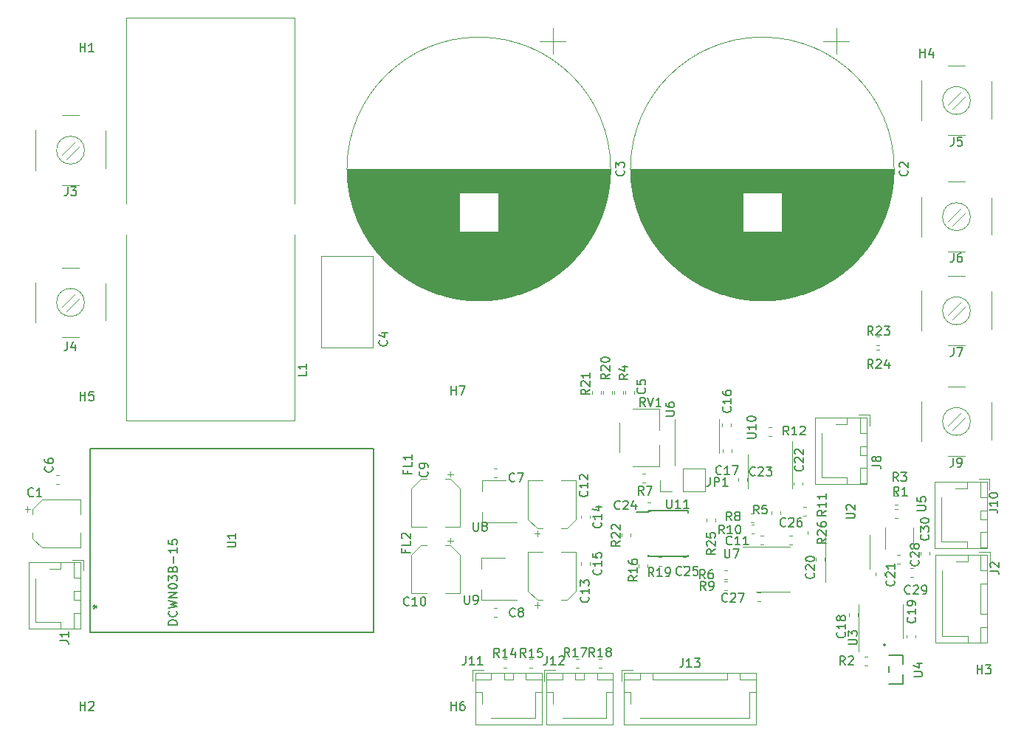
<source format=gto>
G04 #@! TF.GenerationSoftware,KiCad,Pcbnew,(5.1.5)-3*
G04 #@! TF.CreationDate,2020-05-10T18:01:22+09:00*
G04 #@! TF.ProjectId,Current_Controller,43757272-656e-4745-9f43-6f6e74726f6c,rev?*
G04 #@! TF.SameCoordinates,Original*
G04 #@! TF.FileFunction,Legend,Top*
G04 #@! TF.FilePolarity,Positive*
%FSLAX46Y46*%
G04 Gerber Fmt 4.6, Leading zero omitted, Abs format (unit mm)*
G04 Created by KiCad (PCBNEW (5.1.5)-3) date 2020-05-10 18:01:22*
%MOMM*%
%LPD*%
G04 APERTURE LIST*
%ADD10C,0.120000*%
%ADD11C,0.152400*%
%ADD12C,0.150000*%
G04 APERTURE END LIST*
D10*
X118870000Y-72811000D02*
X118870000Y-75261000D01*
X122090000Y-74611000D02*
X122090000Y-72811000D01*
X72578500Y-81140000D02*
X72578500Y-79940000D01*
X76578500Y-81140000D02*
X72578500Y-81140000D01*
X72578500Y-76340000D02*
X75278500Y-76340000D01*
X72578500Y-77540000D02*
X72578500Y-76340000D01*
X72642000Y-72250000D02*
X72642000Y-71050000D01*
X76642000Y-72250000D02*
X72642000Y-72250000D01*
X72642000Y-67450000D02*
X75342000Y-67450000D01*
X72642000Y-68650000D02*
X72642000Y-67450000D01*
X122934000Y-75630721D02*
X122934000Y-75956279D01*
X123954000Y-75630721D02*
X123954000Y-75956279D01*
X54180000Y-41660000D02*
X60120000Y-41660000D01*
X54180000Y-52200000D02*
X60120000Y-52200000D01*
X60120000Y-52200000D02*
X60120000Y-41660000D01*
X54180000Y-52200000D02*
X54180000Y-41660000D01*
X111000000Y-73568779D02*
X111000000Y-73243221D01*
X109980000Y-73568779D02*
X109980000Y-73243221D01*
D11*
X60223400Y-84823300D02*
X60223400Y-63766700D01*
X60223400Y-63766700D02*
X27660600Y-63766700D01*
X27660600Y-63766700D02*
X27660600Y-84823300D01*
X27660600Y-84823300D02*
X60223400Y-84823300D01*
D10*
X31837000Y-35680000D02*
X31837000Y-14345000D01*
X31837000Y-60585000D02*
X51177000Y-60585000D01*
X31837000Y-60585000D02*
X31837000Y-39250000D01*
X31837000Y-14345000D02*
X51177000Y-14345000D01*
X51177000Y-35680000D02*
X51177000Y-14345000D01*
X51177000Y-60585000D02*
X51177000Y-39250000D01*
X115804000Y-83566000D02*
X115804000Y-87016000D01*
X115804000Y-83566000D02*
X115804000Y-81616000D01*
X120924000Y-83566000D02*
X120924000Y-85516000D01*
X120924000Y-83566000D02*
X120924000Y-81616000D01*
X105994200Y-75037000D02*
X102544200Y-75037000D01*
X105994200Y-75037000D02*
X107944200Y-75037000D01*
X105994200Y-80157000D02*
X104044200Y-80157000D01*
X105994200Y-80157000D02*
X107944200Y-80157000D01*
X94722000Y-62306200D02*
X94722000Y-65756200D01*
X94722000Y-62306200D02*
X94722000Y-60356200D01*
X99842000Y-62306200D02*
X99842000Y-64256200D01*
X99842000Y-62306200D02*
X99842000Y-60356200D01*
X111994000Y-75627000D02*
X111994000Y-79077000D01*
X111994000Y-75627000D02*
X111994000Y-73677000D01*
X117114000Y-75627000D02*
X117114000Y-77577000D01*
X117114000Y-75627000D02*
X117114000Y-73677000D01*
X122057279Y-77468000D02*
X121731721Y-77468000D01*
X122057279Y-78488000D02*
X121731721Y-78488000D01*
X120584279Y-75944000D02*
X120258721Y-75944000D01*
X120584279Y-76964000D02*
X120258721Y-76964000D01*
X99379500Y-72133779D02*
X99379500Y-71808221D01*
X98359500Y-72133779D02*
X98359500Y-71808221D01*
X103507221Y-73535000D02*
X103832779Y-73535000D01*
X103507221Y-72515000D02*
X103832779Y-72515000D01*
D12*
X91655000Y-71033000D02*
X90305000Y-71033000D01*
X91655000Y-76158000D02*
X96305000Y-76158000D01*
X91655000Y-70908000D02*
X96305000Y-70908000D01*
X91655000Y-76158000D02*
X91655000Y-75933000D01*
X96305000Y-76158000D02*
X96305000Y-75933000D01*
X96305000Y-70908000D02*
X96305000Y-71133000D01*
X91655000Y-70908000D02*
X91655000Y-71033000D01*
D10*
X104256721Y-81282000D02*
X104582279Y-81282000D01*
X104256721Y-80262000D02*
X104582279Y-80262000D01*
X108214279Y-73785000D02*
X107888721Y-73785000D01*
X108214279Y-74805000D02*
X107888721Y-74805000D01*
X95696721Y-77218000D02*
X96022279Y-77218000D01*
X95696721Y-76198000D02*
X96022279Y-76198000D01*
X91632721Y-70931500D02*
X91958279Y-70931500D01*
X91632721Y-69911500D02*
X91958279Y-69911500D01*
X102999000Y-67498279D02*
X102999000Y-67172721D01*
X101979000Y-67498279D02*
X101979000Y-67172721D01*
X108329000Y-67629721D02*
X108329000Y-67955279D01*
X109349000Y-67629721D02*
X109349000Y-67955279D01*
X117727000Y-77980221D02*
X117727000Y-78305779D01*
X118747000Y-77980221D02*
X118747000Y-78305779D01*
X111889000Y-76642279D02*
X111889000Y-76316721D01*
X110869000Y-76642279D02*
X110869000Y-76316721D01*
X122303000Y-85481279D02*
X122303000Y-85155721D01*
X121283000Y-85481279D02*
X121283000Y-85155721D01*
X115762500Y-82992279D02*
X115762500Y-82666721D01*
X114742500Y-82992279D02*
X114742500Y-82666721D01*
X100201000Y-63870721D02*
X100201000Y-64196279D01*
X101221000Y-63870721D02*
X101221000Y-64196279D01*
X100175600Y-60873521D02*
X100175600Y-61199079D01*
X101195600Y-60873521D02*
X101195600Y-61199079D01*
X128056000Y-60142000D02*
X126532000Y-61666000D01*
X127548000Y-59634000D02*
X126024000Y-61158000D01*
X126040000Y-56650000D02*
X128040000Y-56650000D01*
X131040000Y-58441000D02*
X131040000Y-62731000D01*
X126040000Y-64650000D02*
X128040000Y-64650000D01*
X128640000Y-60650000D02*
G75*
G03X128640000Y-60650000I-1600000J0D01*
G01*
X123040000Y-58350000D02*
X123040000Y-62950000D01*
X128056000Y-47442000D02*
X126532000Y-48966000D01*
X127548000Y-46934000D02*
X126024000Y-48458000D01*
X126040000Y-43950000D02*
X128040000Y-43950000D01*
X131040000Y-45741000D02*
X131040000Y-50031000D01*
X126040000Y-51950000D02*
X128040000Y-51950000D01*
X128640000Y-47950000D02*
G75*
G03X128640000Y-47950000I-1600000J0D01*
G01*
X123040000Y-45650000D02*
X123040000Y-50250000D01*
X128056000Y-36647000D02*
X126532000Y-38171000D01*
X127548000Y-36139000D02*
X126024000Y-37663000D01*
X126040000Y-33155000D02*
X128040000Y-33155000D01*
X131040000Y-34946000D02*
X131040000Y-39236000D01*
X126040000Y-41155000D02*
X128040000Y-41155000D01*
X128640000Y-37155000D02*
G75*
G03X128640000Y-37155000I-1600000J0D01*
G01*
X123040000Y-34855000D02*
X123040000Y-39455000D01*
X128056000Y-23312000D02*
X126532000Y-24836000D01*
X127548000Y-22804000D02*
X126024000Y-24328000D01*
X126040000Y-19820000D02*
X128040000Y-19820000D01*
X131040000Y-21611000D02*
X131040000Y-25901000D01*
X126040000Y-27820000D02*
X128040000Y-27820000D01*
X128640000Y-23820000D02*
G75*
G03X128640000Y-23820000I-1600000J0D01*
G01*
X123040000Y-21520000D02*
X123040000Y-26120000D01*
X26456000Y-46482000D02*
X24932000Y-48006000D01*
X25948000Y-45974000D02*
X24424000Y-47498000D01*
X24440000Y-42990000D02*
X26440000Y-42990000D01*
X29440000Y-44781000D02*
X29440000Y-49071000D01*
X24440000Y-50990000D02*
X26440000Y-50990000D01*
X27040000Y-46990000D02*
G75*
G03X27040000Y-46990000I-1600000J0D01*
G01*
X21440000Y-44690000D02*
X21440000Y-49290000D01*
X26456000Y-29012000D02*
X24932000Y-30536000D01*
X25948000Y-28504000D02*
X24424000Y-30028000D01*
X24440000Y-25520000D02*
X26440000Y-25520000D01*
X29440000Y-27311000D02*
X29440000Y-31601000D01*
X24440000Y-33520000D02*
X26440000Y-33520000D01*
X27040000Y-29520000D02*
G75*
G03X27040000Y-29520000I-1600000J0D01*
G01*
X21440000Y-27220000D02*
X21440000Y-31820000D01*
X82238000Y-16990869D02*
X79238000Y-16990869D01*
X80738000Y-15490869D02*
X80738000Y-18490869D01*
X72303000Y-46790000D02*
X72223000Y-46790000D01*
X73323000Y-46750000D02*
X71203000Y-46750000D01*
X73777000Y-46710000D02*
X70749000Y-46710000D01*
X74125000Y-46670000D02*
X70401000Y-46670000D01*
X74417000Y-46630000D02*
X70109000Y-46630000D01*
X74675000Y-46590000D02*
X69851000Y-46590000D01*
X74907000Y-46550000D02*
X69619000Y-46550000D01*
X75120000Y-46510000D02*
X69406000Y-46510000D01*
X75318000Y-46470000D02*
X69208000Y-46470000D01*
X75503000Y-46430000D02*
X69023000Y-46430000D01*
X75678000Y-46390000D02*
X68848000Y-46390000D01*
X75845000Y-46350000D02*
X68681000Y-46350000D01*
X76003000Y-46310000D02*
X68523000Y-46310000D01*
X76155000Y-46270000D02*
X68371000Y-46270000D01*
X76300000Y-46230000D02*
X68226000Y-46230000D01*
X76441000Y-46190000D02*
X68085000Y-46190000D01*
X76576000Y-46150000D02*
X67950000Y-46150000D01*
X76707000Y-46110000D02*
X67819000Y-46110000D01*
X76834000Y-46070000D02*
X67692000Y-46070000D01*
X76957000Y-46030000D02*
X67569000Y-46030000D01*
X77077000Y-45990000D02*
X67449000Y-45990000D01*
X77193000Y-45950000D02*
X67333000Y-45950000D01*
X77306000Y-45910000D02*
X67220000Y-45910000D01*
X77417000Y-45870000D02*
X67109000Y-45870000D01*
X77525000Y-45830000D02*
X67001000Y-45830000D01*
X77631000Y-45790000D02*
X66895000Y-45790000D01*
X77734000Y-45750000D02*
X66792000Y-45750000D01*
X77835000Y-45710000D02*
X66691000Y-45710000D01*
X77934000Y-45670000D02*
X66592000Y-45670000D01*
X78031000Y-45630000D02*
X66495000Y-45630000D01*
X78127000Y-45590000D02*
X66399000Y-45590000D01*
X78220000Y-45550000D02*
X66306000Y-45550000D01*
X78312000Y-45510000D02*
X66214000Y-45510000D01*
X78402000Y-45470000D02*
X66124000Y-45470000D01*
X78491000Y-45430000D02*
X66035000Y-45430000D01*
X78578000Y-45390000D02*
X65948000Y-45390000D01*
X78663000Y-45350000D02*
X65863000Y-45350000D01*
X78748000Y-45310000D02*
X65778000Y-45310000D01*
X78831000Y-45270000D02*
X65695000Y-45270000D01*
X78912000Y-45230000D02*
X65614000Y-45230000D01*
X78993000Y-45190000D02*
X65533000Y-45190000D01*
X79072000Y-45150000D02*
X65454000Y-45150000D01*
X79150000Y-45110000D02*
X65376000Y-45110000D01*
X79227000Y-45070000D02*
X65299000Y-45070000D01*
X79303000Y-45030000D02*
X65223000Y-45030000D01*
X79378000Y-44990000D02*
X65148000Y-44990000D01*
X79452000Y-44950000D02*
X65074000Y-44950000D01*
X79525000Y-44910000D02*
X65001000Y-44910000D01*
X79597000Y-44870000D02*
X64929000Y-44870000D01*
X79669000Y-44830000D02*
X64857000Y-44830000D01*
X79739000Y-44790000D02*
X64787000Y-44790000D01*
X79808000Y-44750000D02*
X64718000Y-44750000D01*
X79877000Y-44710000D02*
X64649000Y-44710000D01*
X79945000Y-44670000D02*
X64581000Y-44670000D01*
X80011000Y-44630000D02*
X64515000Y-44630000D01*
X80078000Y-44590000D02*
X64448000Y-44590000D01*
X80143000Y-44550000D02*
X64383000Y-44550000D01*
X80208000Y-44510000D02*
X64318000Y-44510000D01*
X80272000Y-44470000D02*
X64254000Y-44470000D01*
X80335000Y-44430000D02*
X64191000Y-44430000D01*
X80398000Y-44390000D02*
X64128000Y-44390000D01*
X80460000Y-44350000D02*
X64066000Y-44350000D01*
X80521000Y-44310000D02*
X64005000Y-44310000D01*
X80581000Y-44270000D02*
X63945000Y-44270000D01*
X80641000Y-44230000D02*
X63885000Y-44230000D01*
X80701000Y-44190000D02*
X63825000Y-44190000D01*
X80760000Y-44150000D02*
X63766000Y-44150000D01*
X80818000Y-44110000D02*
X63708000Y-44110000D01*
X80875000Y-44070000D02*
X63651000Y-44070000D01*
X80932000Y-44030000D02*
X63594000Y-44030000D01*
X80989000Y-43990000D02*
X63537000Y-43990000D01*
X81045000Y-43950000D02*
X63481000Y-43950000D01*
X81100000Y-43910000D02*
X63426000Y-43910000D01*
X81155000Y-43870000D02*
X63371000Y-43870000D01*
X81210000Y-43830000D02*
X63316000Y-43830000D01*
X81263000Y-43790000D02*
X63263000Y-43790000D01*
X81317000Y-43750000D02*
X63209000Y-43750000D01*
X81370000Y-43710000D02*
X63156000Y-43710000D01*
X81422000Y-43670000D02*
X63104000Y-43670000D01*
X81474000Y-43630000D02*
X63052000Y-43630000D01*
X81526000Y-43590000D02*
X63000000Y-43590000D01*
X81577000Y-43550000D02*
X62949000Y-43550000D01*
X81627000Y-43510000D02*
X62899000Y-43510000D01*
X81677000Y-43470000D02*
X62849000Y-43470000D01*
X81727000Y-43430000D02*
X62799000Y-43430000D01*
X81776000Y-43390000D02*
X62750000Y-43390000D01*
X81825000Y-43350000D02*
X62701000Y-43350000D01*
X81874000Y-43310000D02*
X62652000Y-43310000D01*
X81922000Y-43270000D02*
X62604000Y-43270000D01*
X81969000Y-43230000D02*
X62557000Y-43230000D01*
X82017000Y-43190000D02*
X62509000Y-43190000D01*
X82063000Y-43150000D02*
X62463000Y-43150000D01*
X82110000Y-43110000D02*
X62416000Y-43110000D01*
X82156000Y-43070000D02*
X62370000Y-43070000D01*
X82202000Y-43030000D02*
X62324000Y-43030000D01*
X82247000Y-42990000D02*
X62279000Y-42990000D01*
X82292000Y-42950000D02*
X62234000Y-42950000D01*
X82337000Y-42910000D02*
X62189000Y-42910000D01*
X82381000Y-42870000D02*
X62145000Y-42870000D01*
X82425000Y-42830000D02*
X62101000Y-42830000D01*
X82468000Y-42790000D02*
X62058000Y-42790000D01*
X82512000Y-42750000D02*
X62014000Y-42750000D01*
X82555000Y-42710000D02*
X61971000Y-42710000D01*
X82597000Y-42670000D02*
X61929000Y-42670000D01*
X82639000Y-42630000D02*
X61887000Y-42630000D01*
X82681000Y-42590000D02*
X61845000Y-42590000D01*
X82723000Y-42550000D02*
X61803000Y-42550000D01*
X82764000Y-42510000D02*
X61762000Y-42510000D01*
X82805000Y-42470000D02*
X61721000Y-42470000D01*
X82846000Y-42430000D02*
X61680000Y-42430000D01*
X82886000Y-42390000D02*
X61640000Y-42390000D01*
X82926000Y-42350000D02*
X61600000Y-42350000D01*
X82966000Y-42310000D02*
X61560000Y-42310000D01*
X83006000Y-42270000D02*
X61520000Y-42270000D01*
X83045000Y-42230000D02*
X61481000Y-42230000D01*
X83084000Y-42190000D02*
X61442000Y-42190000D01*
X83122000Y-42150000D02*
X61404000Y-42150000D01*
X83161000Y-42110000D02*
X61365000Y-42110000D01*
X83199000Y-42070000D02*
X61327000Y-42070000D01*
X83236000Y-42030000D02*
X61290000Y-42030000D01*
X83274000Y-41990000D02*
X61252000Y-41990000D01*
X83311000Y-41950000D02*
X61215000Y-41950000D01*
X83348000Y-41910000D02*
X61178000Y-41910000D01*
X83385000Y-41870000D02*
X61141000Y-41870000D01*
X83421000Y-41830000D02*
X61105000Y-41830000D01*
X83457000Y-41790000D02*
X61069000Y-41790000D01*
X83493000Y-41750000D02*
X61033000Y-41750000D01*
X83529000Y-41710000D02*
X60997000Y-41710000D01*
X83564000Y-41670000D02*
X60962000Y-41670000D01*
X83599000Y-41630000D02*
X60927000Y-41630000D01*
X83634000Y-41590000D02*
X60892000Y-41590000D01*
X83669000Y-41550000D02*
X60857000Y-41550000D01*
X83703000Y-41510000D02*
X60823000Y-41510000D01*
X83738000Y-41470000D02*
X60788000Y-41470000D01*
X83772000Y-41430000D02*
X60754000Y-41430000D01*
X83805000Y-41390000D02*
X60721000Y-41390000D01*
X83839000Y-41350000D02*
X60687000Y-41350000D01*
X83872000Y-41310000D02*
X60654000Y-41310000D01*
X83905000Y-41270000D02*
X60621000Y-41270000D01*
X83938000Y-41230000D02*
X60588000Y-41230000D01*
X83970000Y-41190000D02*
X60556000Y-41190000D01*
X84002000Y-41150000D02*
X60524000Y-41150000D01*
X84035000Y-41110000D02*
X60491000Y-41110000D01*
X84066000Y-41070000D02*
X60460000Y-41070000D01*
X84098000Y-41030000D02*
X60428000Y-41030000D01*
X84129000Y-40990000D02*
X60397000Y-40990000D01*
X84161000Y-40950000D02*
X60365000Y-40950000D01*
X84192000Y-40910000D02*
X60334000Y-40910000D01*
X84222000Y-40870000D02*
X60304000Y-40870000D01*
X84253000Y-40830000D02*
X60273000Y-40830000D01*
X84283000Y-40790000D02*
X60243000Y-40790000D01*
X84313000Y-40750000D02*
X60213000Y-40750000D01*
X84343000Y-40710000D02*
X60183000Y-40710000D01*
X84373000Y-40670000D02*
X60153000Y-40670000D01*
X84403000Y-40630000D02*
X60123000Y-40630000D01*
X84432000Y-40590000D02*
X60094000Y-40590000D01*
X84461000Y-40550000D02*
X60065000Y-40550000D01*
X84490000Y-40510000D02*
X60036000Y-40510000D01*
X84519000Y-40470000D02*
X60007000Y-40470000D01*
X84547000Y-40430000D02*
X59979000Y-40430000D01*
X84576000Y-40390000D02*
X59950000Y-40390000D01*
X84604000Y-40350000D02*
X59922000Y-40350000D01*
X84632000Y-40310000D02*
X59894000Y-40310000D01*
X84660000Y-40270000D02*
X59866000Y-40270000D01*
X84687000Y-40230000D02*
X59839000Y-40230000D01*
X84714000Y-40190000D02*
X59812000Y-40190000D01*
X84742000Y-40150000D02*
X59784000Y-40150000D01*
X84769000Y-40110000D02*
X59757000Y-40110000D01*
X84795000Y-40070000D02*
X59731000Y-40070000D01*
X84822000Y-40030000D02*
X59704000Y-40030000D01*
X84849000Y-39990000D02*
X59677000Y-39990000D01*
X84875000Y-39950000D02*
X59651000Y-39950000D01*
X84901000Y-39910000D02*
X59625000Y-39910000D01*
X84927000Y-39870000D02*
X59599000Y-39870000D01*
X84953000Y-39831000D02*
X59573000Y-39831000D01*
X84978000Y-39791000D02*
X59548000Y-39791000D01*
X85003000Y-39751000D02*
X59523000Y-39751000D01*
X85029000Y-39711000D02*
X59497000Y-39711000D01*
X85054000Y-39671000D02*
X59472000Y-39671000D01*
X85079000Y-39631000D02*
X59447000Y-39631000D01*
X85103000Y-39591000D02*
X59423000Y-39591000D01*
X85128000Y-39551000D02*
X59398000Y-39551000D01*
X85152000Y-39511000D02*
X59374000Y-39511000D01*
X85176000Y-39471000D02*
X59350000Y-39471000D01*
X85200000Y-39431000D02*
X59326000Y-39431000D01*
X85224000Y-39391000D02*
X59302000Y-39391000D01*
X85248000Y-39351000D02*
X59278000Y-39351000D01*
X85271000Y-39311000D02*
X59255000Y-39311000D01*
X85295000Y-39271000D02*
X59231000Y-39271000D01*
X85318000Y-39231000D02*
X59208000Y-39231000D01*
X85341000Y-39191000D02*
X59185000Y-39191000D01*
X85364000Y-39151000D02*
X59162000Y-39151000D01*
X85386000Y-39111000D02*
X59140000Y-39111000D01*
X85409000Y-39071000D02*
X59117000Y-39071000D01*
X85431000Y-39031000D02*
X59095000Y-39031000D01*
X85453000Y-38991000D02*
X59073000Y-38991000D01*
X85476000Y-38951000D02*
X59050000Y-38951000D01*
X85497000Y-38911000D02*
X59029000Y-38911000D01*
X70023000Y-38871000D02*
X59007000Y-38871000D01*
X85519000Y-38871000D02*
X74503000Y-38871000D01*
X70023000Y-38831000D02*
X58985000Y-38831000D01*
X85541000Y-38831000D02*
X74503000Y-38831000D01*
X70023000Y-38791000D02*
X58964000Y-38791000D01*
X85562000Y-38791000D02*
X74503000Y-38791000D01*
X70023000Y-38751000D02*
X58943000Y-38751000D01*
X85583000Y-38751000D02*
X74503000Y-38751000D01*
X70023000Y-38711000D02*
X58921000Y-38711000D01*
X85605000Y-38711000D02*
X74503000Y-38711000D01*
X70023000Y-38671000D02*
X58900000Y-38671000D01*
X85626000Y-38671000D02*
X74503000Y-38671000D01*
X70023000Y-38631000D02*
X58880000Y-38631000D01*
X85646000Y-38631000D02*
X74503000Y-38631000D01*
X70023000Y-38591000D02*
X58859000Y-38591000D01*
X85667000Y-38591000D02*
X74503000Y-38591000D01*
X70023000Y-38551000D02*
X58838000Y-38551000D01*
X85688000Y-38551000D02*
X74503000Y-38551000D01*
X70023000Y-38511000D02*
X58818000Y-38511000D01*
X85708000Y-38511000D02*
X74503000Y-38511000D01*
X70023000Y-38471000D02*
X58798000Y-38471000D01*
X85728000Y-38471000D02*
X74503000Y-38471000D01*
X70023000Y-38431000D02*
X58778000Y-38431000D01*
X85748000Y-38431000D02*
X74503000Y-38431000D01*
X70023000Y-38391000D02*
X58758000Y-38391000D01*
X85768000Y-38391000D02*
X74503000Y-38391000D01*
X70023000Y-38351000D02*
X58738000Y-38351000D01*
X85788000Y-38351000D02*
X74503000Y-38351000D01*
X70023000Y-38311000D02*
X58719000Y-38311000D01*
X85807000Y-38311000D02*
X74503000Y-38311000D01*
X70023000Y-38271000D02*
X58699000Y-38271000D01*
X85827000Y-38271000D02*
X74503000Y-38271000D01*
X70023000Y-38231000D02*
X58680000Y-38231000D01*
X85846000Y-38231000D02*
X74503000Y-38231000D01*
X70023000Y-38191000D02*
X58661000Y-38191000D01*
X85865000Y-38191000D02*
X74503000Y-38191000D01*
X70023000Y-38151000D02*
X58641000Y-38151000D01*
X85885000Y-38151000D02*
X74503000Y-38151000D01*
X70023000Y-38111000D02*
X58623000Y-38111000D01*
X85903000Y-38111000D02*
X74503000Y-38111000D01*
X70023000Y-38071000D02*
X58604000Y-38071000D01*
X85922000Y-38071000D02*
X74503000Y-38071000D01*
X70023000Y-38031000D02*
X58585000Y-38031000D01*
X85941000Y-38031000D02*
X74503000Y-38031000D01*
X70023000Y-37991000D02*
X58567000Y-37991000D01*
X85959000Y-37991000D02*
X74503000Y-37991000D01*
X70023000Y-37951000D02*
X58548000Y-37951000D01*
X85978000Y-37951000D02*
X74503000Y-37951000D01*
X70023000Y-37911000D02*
X58530000Y-37911000D01*
X85996000Y-37911000D02*
X74503000Y-37911000D01*
X70023000Y-37871000D02*
X58512000Y-37871000D01*
X86014000Y-37871000D02*
X74503000Y-37871000D01*
X70023000Y-37831000D02*
X58494000Y-37831000D01*
X86032000Y-37831000D02*
X74503000Y-37831000D01*
X70023000Y-37791000D02*
X58476000Y-37791000D01*
X86050000Y-37791000D02*
X74503000Y-37791000D01*
X70023000Y-37751000D02*
X58459000Y-37751000D01*
X86067000Y-37751000D02*
X74503000Y-37751000D01*
X70023000Y-37711000D02*
X58441000Y-37711000D01*
X86085000Y-37711000D02*
X74503000Y-37711000D01*
X70023000Y-37671000D02*
X58424000Y-37671000D01*
X86102000Y-37671000D02*
X74503000Y-37671000D01*
X70023000Y-37631000D02*
X58407000Y-37631000D01*
X86119000Y-37631000D02*
X74503000Y-37631000D01*
X70023000Y-37591000D02*
X58390000Y-37591000D01*
X86136000Y-37591000D02*
X74503000Y-37591000D01*
X70023000Y-37551000D02*
X58373000Y-37551000D01*
X86153000Y-37551000D02*
X74503000Y-37551000D01*
X70023000Y-37511000D02*
X58356000Y-37511000D01*
X86170000Y-37511000D02*
X74503000Y-37511000D01*
X70023000Y-37471000D02*
X58339000Y-37471000D01*
X86187000Y-37471000D02*
X74503000Y-37471000D01*
X70023000Y-37431000D02*
X58323000Y-37431000D01*
X86203000Y-37431000D02*
X74503000Y-37431000D01*
X70023000Y-37391000D02*
X58306000Y-37391000D01*
X86220000Y-37391000D02*
X74503000Y-37391000D01*
X70023000Y-37351000D02*
X58290000Y-37351000D01*
X86236000Y-37351000D02*
X74503000Y-37351000D01*
X70023000Y-37311000D02*
X58274000Y-37311000D01*
X86252000Y-37311000D02*
X74503000Y-37311000D01*
X70023000Y-37271000D02*
X58258000Y-37271000D01*
X86268000Y-37271000D02*
X74503000Y-37271000D01*
X70023000Y-37231000D02*
X58242000Y-37231000D01*
X86284000Y-37231000D02*
X74503000Y-37231000D01*
X70023000Y-37191000D02*
X58226000Y-37191000D01*
X86300000Y-37191000D02*
X74503000Y-37191000D01*
X70023000Y-37151000D02*
X58211000Y-37151000D01*
X86315000Y-37151000D02*
X74503000Y-37151000D01*
X70023000Y-37111000D02*
X58195000Y-37111000D01*
X86331000Y-37111000D02*
X74503000Y-37111000D01*
X70023000Y-37071000D02*
X58180000Y-37071000D01*
X86346000Y-37071000D02*
X74503000Y-37071000D01*
X70023000Y-37031000D02*
X58164000Y-37031000D01*
X86362000Y-37031000D02*
X74503000Y-37031000D01*
X70023000Y-36991000D02*
X58149000Y-36991000D01*
X86377000Y-36991000D02*
X74503000Y-36991000D01*
X70023000Y-36951000D02*
X58134000Y-36951000D01*
X86392000Y-36951000D02*
X74503000Y-36951000D01*
X70023000Y-36911000D02*
X58120000Y-36911000D01*
X86406000Y-36911000D02*
X74503000Y-36911000D01*
X70023000Y-36871000D02*
X58105000Y-36871000D01*
X86421000Y-36871000D02*
X74503000Y-36871000D01*
X70023000Y-36831000D02*
X58090000Y-36831000D01*
X86436000Y-36831000D02*
X74503000Y-36831000D01*
X70023000Y-36791000D02*
X58076000Y-36791000D01*
X86450000Y-36791000D02*
X74503000Y-36791000D01*
X70023000Y-36751000D02*
X58061000Y-36751000D01*
X86465000Y-36751000D02*
X74503000Y-36751000D01*
X70023000Y-36711000D02*
X58047000Y-36711000D01*
X86479000Y-36711000D02*
X74503000Y-36711000D01*
X70023000Y-36671000D02*
X58033000Y-36671000D01*
X86493000Y-36671000D02*
X74503000Y-36671000D01*
X70023000Y-36631000D02*
X58019000Y-36631000D01*
X86507000Y-36631000D02*
X74503000Y-36631000D01*
X70023000Y-36591000D02*
X58005000Y-36591000D01*
X86521000Y-36591000D02*
X74503000Y-36591000D01*
X70023000Y-36551000D02*
X57992000Y-36551000D01*
X86534000Y-36551000D02*
X74503000Y-36551000D01*
X70023000Y-36511000D02*
X57978000Y-36511000D01*
X86548000Y-36511000D02*
X74503000Y-36511000D01*
X70023000Y-36471000D02*
X57965000Y-36471000D01*
X86561000Y-36471000D02*
X74503000Y-36471000D01*
X70023000Y-36431000D02*
X57951000Y-36431000D01*
X86575000Y-36431000D02*
X74503000Y-36431000D01*
X70023000Y-36391000D02*
X57938000Y-36391000D01*
X86588000Y-36391000D02*
X74503000Y-36391000D01*
X70023000Y-36351000D02*
X57925000Y-36351000D01*
X86601000Y-36351000D02*
X74503000Y-36351000D01*
X70023000Y-36311000D02*
X57912000Y-36311000D01*
X86614000Y-36311000D02*
X74503000Y-36311000D01*
X70023000Y-36271000D02*
X57899000Y-36271000D01*
X86627000Y-36271000D02*
X74503000Y-36271000D01*
X70023000Y-36231000D02*
X57887000Y-36231000D01*
X86639000Y-36231000D02*
X74503000Y-36231000D01*
X70023000Y-36191000D02*
X57874000Y-36191000D01*
X86652000Y-36191000D02*
X74503000Y-36191000D01*
X70023000Y-36151000D02*
X57861000Y-36151000D01*
X86665000Y-36151000D02*
X74503000Y-36151000D01*
X70023000Y-36111000D02*
X57849000Y-36111000D01*
X86677000Y-36111000D02*
X74503000Y-36111000D01*
X70023000Y-36071000D02*
X57837000Y-36071000D01*
X86689000Y-36071000D02*
X74503000Y-36071000D01*
X70023000Y-36031000D02*
X57825000Y-36031000D01*
X86701000Y-36031000D02*
X74503000Y-36031000D01*
X70023000Y-35991000D02*
X57813000Y-35991000D01*
X86713000Y-35991000D02*
X74503000Y-35991000D01*
X70023000Y-35951000D02*
X57801000Y-35951000D01*
X86725000Y-35951000D02*
X74503000Y-35951000D01*
X70023000Y-35911000D02*
X57789000Y-35911000D01*
X86737000Y-35911000D02*
X74503000Y-35911000D01*
X70023000Y-35871000D02*
X57778000Y-35871000D01*
X86748000Y-35871000D02*
X74503000Y-35871000D01*
X70023000Y-35831000D02*
X57766000Y-35831000D01*
X86760000Y-35831000D02*
X74503000Y-35831000D01*
X70023000Y-35791000D02*
X57755000Y-35791000D01*
X86771000Y-35791000D02*
X74503000Y-35791000D01*
X70023000Y-35751000D02*
X57743000Y-35751000D01*
X86783000Y-35751000D02*
X74503000Y-35751000D01*
X70023000Y-35711000D02*
X57732000Y-35711000D01*
X86794000Y-35711000D02*
X74503000Y-35711000D01*
X70023000Y-35671000D02*
X57721000Y-35671000D01*
X86805000Y-35671000D02*
X74503000Y-35671000D01*
X70023000Y-35631000D02*
X57710000Y-35631000D01*
X86816000Y-35631000D02*
X74503000Y-35631000D01*
X70023000Y-35591000D02*
X57699000Y-35591000D01*
X86827000Y-35591000D02*
X74503000Y-35591000D01*
X70023000Y-35551000D02*
X57689000Y-35551000D01*
X86837000Y-35551000D02*
X74503000Y-35551000D01*
X70023000Y-35511000D02*
X57678000Y-35511000D01*
X86848000Y-35511000D02*
X74503000Y-35511000D01*
X70023000Y-35471000D02*
X57668000Y-35471000D01*
X86858000Y-35471000D02*
X74503000Y-35471000D01*
X70023000Y-35431000D02*
X57657000Y-35431000D01*
X86869000Y-35431000D02*
X74503000Y-35431000D01*
X70023000Y-35391000D02*
X57647000Y-35391000D01*
X86879000Y-35391000D02*
X74503000Y-35391000D01*
X70023000Y-35351000D02*
X57637000Y-35351000D01*
X86889000Y-35351000D02*
X74503000Y-35351000D01*
X70023000Y-35311000D02*
X57627000Y-35311000D01*
X86899000Y-35311000D02*
X74503000Y-35311000D01*
X70023000Y-35271000D02*
X57617000Y-35271000D01*
X86909000Y-35271000D02*
X74503000Y-35271000D01*
X70023000Y-35231000D02*
X57608000Y-35231000D01*
X86918000Y-35231000D02*
X74503000Y-35231000D01*
X70023000Y-35191000D02*
X57598000Y-35191000D01*
X86928000Y-35191000D02*
X74503000Y-35191000D01*
X70023000Y-35151000D02*
X57588000Y-35151000D01*
X86938000Y-35151000D02*
X74503000Y-35151000D01*
X70023000Y-35111000D02*
X57579000Y-35111000D01*
X86947000Y-35111000D02*
X74503000Y-35111000D01*
X70023000Y-35071000D02*
X57570000Y-35071000D01*
X86956000Y-35071000D02*
X74503000Y-35071000D01*
X70023000Y-35031000D02*
X57561000Y-35031000D01*
X86965000Y-35031000D02*
X74503000Y-35031000D01*
X70023000Y-34991000D02*
X57552000Y-34991000D01*
X86974000Y-34991000D02*
X74503000Y-34991000D01*
X70023000Y-34951000D02*
X57543000Y-34951000D01*
X86983000Y-34951000D02*
X74503000Y-34951000D01*
X70023000Y-34911000D02*
X57534000Y-34911000D01*
X86992000Y-34911000D02*
X74503000Y-34911000D01*
X70023000Y-34871000D02*
X57525000Y-34871000D01*
X87001000Y-34871000D02*
X74503000Y-34871000D01*
X70023000Y-34831000D02*
X57516000Y-34831000D01*
X87010000Y-34831000D02*
X74503000Y-34831000D01*
X70023000Y-34791000D02*
X57508000Y-34791000D01*
X87018000Y-34791000D02*
X74503000Y-34791000D01*
X70023000Y-34751000D02*
X57500000Y-34751000D01*
X87026000Y-34751000D02*
X74503000Y-34751000D01*
X70023000Y-34711000D02*
X57491000Y-34711000D01*
X87035000Y-34711000D02*
X74503000Y-34711000D01*
X70023000Y-34671000D02*
X57483000Y-34671000D01*
X87043000Y-34671000D02*
X74503000Y-34671000D01*
X70023000Y-34631000D02*
X57475000Y-34631000D01*
X87051000Y-34631000D02*
X74503000Y-34631000D01*
X70023000Y-34591000D02*
X57467000Y-34591000D01*
X87059000Y-34591000D02*
X74503000Y-34591000D01*
X70023000Y-34551000D02*
X57459000Y-34551000D01*
X87067000Y-34551000D02*
X74503000Y-34551000D01*
X70023000Y-34511000D02*
X57452000Y-34511000D01*
X87074000Y-34511000D02*
X74503000Y-34511000D01*
X70023000Y-34471000D02*
X57444000Y-34471000D01*
X87082000Y-34471000D02*
X74503000Y-34471000D01*
X70023000Y-34431000D02*
X57437000Y-34431000D01*
X87089000Y-34431000D02*
X74503000Y-34431000D01*
X87097000Y-34391000D02*
X57429000Y-34391000D01*
X87104000Y-34351000D02*
X57422000Y-34351000D01*
X87111000Y-34311000D02*
X57415000Y-34311000D01*
X87118000Y-34271000D02*
X57408000Y-34271000D01*
X87125000Y-34231000D02*
X57401000Y-34231000D01*
X87132000Y-34191000D02*
X57394000Y-34191000D01*
X87139000Y-34151000D02*
X57387000Y-34151000D01*
X87145000Y-34111000D02*
X57381000Y-34111000D01*
X87152000Y-34071000D02*
X57374000Y-34071000D01*
X87158000Y-34031000D02*
X57368000Y-34031000D01*
X87164000Y-33991000D02*
X57362000Y-33991000D01*
X87171000Y-33951000D02*
X57355000Y-33951000D01*
X87177000Y-33911000D02*
X57349000Y-33911000D01*
X87183000Y-33871000D02*
X57343000Y-33871000D01*
X87188000Y-33831000D02*
X57338000Y-33831000D01*
X87194000Y-33791000D02*
X57332000Y-33791000D01*
X87200000Y-33751000D02*
X57326000Y-33751000D01*
X87205000Y-33711000D02*
X57321000Y-33711000D01*
X87211000Y-33671000D02*
X57315000Y-33671000D01*
X87216000Y-33631000D02*
X57310000Y-33631000D01*
X87221000Y-33591000D02*
X57305000Y-33591000D01*
X87226000Y-33551000D02*
X57300000Y-33551000D01*
X87231000Y-33511000D02*
X57295000Y-33511000D01*
X87236000Y-33471000D02*
X57290000Y-33471000D01*
X87241000Y-33431000D02*
X57285000Y-33431000D01*
X87245000Y-33391000D02*
X57281000Y-33391000D01*
X87250000Y-33351000D02*
X57276000Y-33351000D01*
X87254000Y-33311000D02*
X57272000Y-33311000D01*
X87259000Y-33271000D02*
X57267000Y-33271000D01*
X87263000Y-33231000D02*
X57263000Y-33231000D01*
X87267000Y-33191000D02*
X57259000Y-33191000D01*
X87271000Y-33151000D02*
X57255000Y-33151000D01*
X87275000Y-33111000D02*
X57251000Y-33111000D01*
X87279000Y-33071000D02*
X57247000Y-33071000D01*
X87282000Y-33031000D02*
X57244000Y-33031000D01*
X87286000Y-32991000D02*
X57240000Y-32991000D01*
X87289000Y-32951000D02*
X57237000Y-32951000D01*
X87293000Y-32911000D02*
X57233000Y-32911000D01*
X87296000Y-32871000D02*
X57230000Y-32871000D01*
X87299000Y-32831000D02*
X57227000Y-32831000D01*
X87302000Y-32791000D02*
X57224000Y-32791000D01*
X87305000Y-32751000D02*
X57221000Y-32751000D01*
X87308000Y-32711000D02*
X57218000Y-32711000D01*
X87310000Y-32671000D02*
X57216000Y-32671000D01*
X87313000Y-32631000D02*
X57213000Y-32631000D01*
X87315000Y-32591000D02*
X57211000Y-32591000D01*
X87318000Y-32551000D02*
X57208000Y-32551000D01*
X87320000Y-32511000D02*
X57206000Y-32511000D01*
X87322000Y-32471000D02*
X57204000Y-32471000D01*
X87324000Y-32431000D02*
X57202000Y-32431000D01*
X87326000Y-32391000D02*
X57200000Y-32391000D01*
X87328000Y-32350000D02*
X57198000Y-32350000D01*
X87330000Y-32310000D02*
X57196000Y-32310000D01*
X87332000Y-32270000D02*
X57194000Y-32270000D01*
X87333000Y-32230000D02*
X57193000Y-32230000D01*
X87335000Y-32190000D02*
X57191000Y-32190000D01*
X87336000Y-32150000D02*
X57190000Y-32150000D01*
X87337000Y-32110000D02*
X57189000Y-32110000D01*
X87338000Y-32070000D02*
X57188000Y-32070000D01*
X87339000Y-32030000D02*
X57187000Y-32030000D01*
X87340000Y-31990000D02*
X57186000Y-31990000D01*
X87341000Y-31950000D02*
X57185000Y-31950000D01*
X87342000Y-31910000D02*
X57184000Y-31910000D01*
X87342000Y-31870000D02*
X57184000Y-31870000D01*
X87343000Y-31830000D02*
X57183000Y-31830000D01*
X87343000Y-31790000D02*
X57183000Y-31790000D01*
X87343000Y-31750000D02*
X57183000Y-31750000D01*
X87343000Y-31710000D02*
X57183000Y-31710000D01*
X87344000Y-31670000D02*
X57182000Y-31670000D01*
X87383000Y-31670000D02*
G75*
G03X87383000Y-31670000I-15120000J0D01*
G01*
X114750000Y-16990869D02*
X111750000Y-16990869D01*
X113250000Y-15490869D02*
X113250000Y-18490869D01*
X104815000Y-46790000D02*
X104735000Y-46790000D01*
X105835000Y-46750000D02*
X103715000Y-46750000D01*
X106289000Y-46710000D02*
X103261000Y-46710000D01*
X106637000Y-46670000D02*
X102913000Y-46670000D01*
X106929000Y-46630000D02*
X102621000Y-46630000D01*
X107187000Y-46590000D02*
X102363000Y-46590000D01*
X107419000Y-46550000D02*
X102131000Y-46550000D01*
X107632000Y-46510000D02*
X101918000Y-46510000D01*
X107830000Y-46470000D02*
X101720000Y-46470000D01*
X108015000Y-46430000D02*
X101535000Y-46430000D01*
X108190000Y-46390000D02*
X101360000Y-46390000D01*
X108357000Y-46350000D02*
X101193000Y-46350000D01*
X108515000Y-46310000D02*
X101035000Y-46310000D01*
X108667000Y-46270000D02*
X100883000Y-46270000D01*
X108812000Y-46230000D02*
X100738000Y-46230000D01*
X108953000Y-46190000D02*
X100597000Y-46190000D01*
X109088000Y-46150000D02*
X100462000Y-46150000D01*
X109219000Y-46110000D02*
X100331000Y-46110000D01*
X109346000Y-46070000D02*
X100204000Y-46070000D01*
X109469000Y-46030000D02*
X100081000Y-46030000D01*
X109589000Y-45990000D02*
X99961000Y-45990000D01*
X109705000Y-45950000D02*
X99845000Y-45950000D01*
X109818000Y-45910000D02*
X99732000Y-45910000D01*
X109929000Y-45870000D02*
X99621000Y-45870000D01*
X110037000Y-45830000D02*
X99513000Y-45830000D01*
X110143000Y-45790000D02*
X99407000Y-45790000D01*
X110246000Y-45750000D02*
X99304000Y-45750000D01*
X110347000Y-45710000D02*
X99203000Y-45710000D01*
X110446000Y-45670000D02*
X99104000Y-45670000D01*
X110543000Y-45630000D02*
X99007000Y-45630000D01*
X110639000Y-45590000D02*
X98911000Y-45590000D01*
X110732000Y-45550000D02*
X98818000Y-45550000D01*
X110824000Y-45510000D02*
X98726000Y-45510000D01*
X110914000Y-45470000D02*
X98636000Y-45470000D01*
X111003000Y-45430000D02*
X98547000Y-45430000D01*
X111090000Y-45390000D02*
X98460000Y-45390000D01*
X111175000Y-45350000D02*
X98375000Y-45350000D01*
X111260000Y-45310000D02*
X98290000Y-45310000D01*
X111343000Y-45270000D02*
X98207000Y-45270000D01*
X111424000Y-45230000D02*
X98126000Y-45230000D01*
X111505000Y-45190000D02*
X98045000Y-45190000D01*
X111584000Y-45150000D02*
X97966000Y-45150000D01*
X111662000Y-45110000D02*
X97888000Y-45110000D01*
X111739000Y-45070000D02*
X97811000Y-45070000D01*
X111815000Y-45030000D02*
X97735000Y-45030000D01*
X111890000Y-44990000D02*
X97660000Y-44990000D01*
X111964000Y-44950000D02*
X97586000Y-44950000D01*
X112037000Y-44910000D02*
X97513000Y-44910000D01*
X112109000Y-44870000D02*
X97441000Y-44870000D01*
X112181000Y-44830000D02*
X97369000Y-44830000D01*
X112251000Y-44790000D02*
X97299000Y-44790000D01*
X112320000Y-44750000D02*
X97230000Y-44750000D01*
X112389000Y-44710000D02*
X97161000Y-44710000D01*
X112457000Y-44670000D02*
X97093000Y-44670000D01*
X112523000Y-44630000D02*
X97027000Y-44630000D01*
X112590000Y-44590000D02*
X96960000Y-44590000D01*
X112655000Y-44550000D02*
X96895000Y-44550000D01*
X112720000Y-44510000D02*
X96830000Y-44510000D01*
X112784000Y-44470000D02*
X96766000Y-44470000D01*
X112847000Y-44430000D02*
X96703000Y-44430000D01*
X112910000Y-44390000D02*
X96640000Y-44390000D01*
X112972000Y-44350000D02*
X96578000Y-44350000D01*
X113033000Y-44310000D02*
X96517000Y-44310000D01*
X113093000Y-44270000D02*
X96457000Y-44270000D01*
X113153000Y-44230000D02*
X96397000Y-44230000D01*
X113213000Y-44190000D02*
X96337000Y-44190000D01*
X113272000Y-44150000D02*
X96278000Y-44150000D01*
X113330000Y-44110000D02*
X96220000Y-44110000D01*
X113387000Y-44070000D02*
X96163000Y-44070000D01*
X113444000Y-44030000D02*
X96106000Y-44030000D01*
X113501000Y-43990000D02*
X96049000Y-43990000D01*
X113557000Y-43950000D02*
X95993000Y-43950000D01*
X113612000Y-43910000D02*
X95938000Y-43910000D01*
X113667000Y-43870000D02*
X95883000Y-43870000D01*
X113722000Y-43830000D02*
X95828000Y-43830000D01*
X113775000Y-43790000D02*
X95775000Y-43790000D01*
X113829000Y-43750000D02*
X95721000Y-43750000D01*
X113882000Y-43710000D02*
X95668000Y-43710000D01*
X113934000Y-43670000D02*
X95616000Y-43670000D01*
X113986000Y-43630000D02*
X95564000Y-43630000D01*
X114038000Y-43590000D02*
X95512000Y-43590000D01*
X114089000Y-43550000D02*
X95461000Y-43550000D01*
X114139000Y-43510000D02*
X95411000Y-43510000D01*
X114189000Y-43470000D02*
X95361000Y-43470000D01*
X114239000Y-43430000D02*
X95311000Y-43430000D01*
X114288000Y-43390000D02*
X95262000Y-43390000D01*
X114337000Y-43350000D02*
X95213000Y-43350000D01*
X114386000Y-43310000D02*
X95164000Y-43310000D01*
X114434000Y-43270000D02*
X95116000Y-43270000D01*
X114481000Y-43230000D02*
X95069000Y-43230000D01*
X114529000Y-43190000D02*
X95021000Y-43190000D01*
X114575000Y-43150000D02*
X94975000Y-43150000D01*
X114622000Y-43110000D02*
X94928000Y-43110000D01*
X114668000Y-43070000D02*
X94882000Y-43070000D01*
X114714000Y-43030000D02*
X94836000Y-43030000D01*
X114759000Y-42990000D02*
X94791000Y-42990000D01*
X114804000Y-42950000D02*
X94746000Y-42950000D01*
X114849000Y-42910000D02*
X94701000Y-42910000D01*
X114893000Y-42870000D02*
X94657000Y-42870000D01*
X114937000Y-42830000D02*
X94613000Y-42830000D01*
X114980000Y-42790000D02*
X94570000Y-42790000D01*
X115024000Y-42750000D02*
X94526000Y-42750000D01*
X115067000Y-42710000D02*
X94483000Y-42710000D01*
X115109000Y-42670000D02*
X94441000Y-42670000D01*
X115151000Y-42630000D02*
X94399000Y-42630000D01*
X115193000Y-42590000D02*
X94357000Y-42590000D01*
X115235000Y-42550000D02*
X94315000Y-42550000D01*
X115276000Y-42510000D02*
X94274000Y-42510000D01*
X115317000Y-42470000D02*
X94233000Y-42470000D01*
X115358000Y-42430000D02*
X94192000Y-42430000D01*
X115398000Y-42390000D02*
X94152000Y-42390000D01*
X115438000Y-42350000D02*
X94112000Y-42350000D01*
X115478000Y-42310000D02*
X94072000Y-42310000D01*
X115518000Y-42270000D02*
X94032000Y-42270000D01*
X115557000Y-42230000D02*
X93993000Y-42230000D01*
X115596000Y-42190000D02*
X93954000Y-42190000D01*
X115634000Y-42150000D02*
X93916000Y-42150000D01*
X115673000Y-42110000D02*
X93877000Y-42110000D01*
X115711000Y-42070000D02*
X93839000Y-42070000D01*
X115748000Y-42030000D02*
X93802000Y-42030000D01*
X115786000Y-41990000D02*
X93764000Y-41990000D01*
X115823000Y-41950000D02*
X93727000Y-41950000D01*
X115860000Y-41910000D02*
X93690000Y-41910000D01*
X115897000Y-41870000D02*
X93653000Y-41870000D01*
X115933000Y-41830000D02*
X93617000Y-41830000D01*
X115969000Y-41790000D02*
X93581000Y-41790000D01*
X116005000Y-41750000D02*
X93545000Y-41750000D01*
X116041000Y-41710000D02*
X93509000Y-41710000D01*
X116076000Y-41670000D02*
X93474000Y-41670000D01*
X116111000Y-41630000D02*
X93439000Y-41630000D01*
X116146000Y-41590000D02*
X93404000Y-41590000D01*
X116181000Y-41550000D02*
X93369000Y-41550000D01*
X116215000Y-41510000D02*
X93335000Y-41510000D01*
X116250000Y-41470000D02*
X93300000Y-41470000D01*
X116284000Y-41430000D02*
X93266000Y-41430000D01*
X116317000Y-41390000D02*
X93233000Y-41390000D01*
X116351000Y-41350000D02*
X93199000Y-41350000D01*
X116384000Y-41310000D02*
X93166000Y-41310000D01*
X116417000Y-41270000D02*
X93133000Y-41270000D01*
X116450000Y-41230000D02*
X93100000Y-41230000D01*
X116482000Y-41190000D02*
X93068000Y-41190000D01*
X116514000Y-41150000D02*
X93036000Y-41150000D01*
X116547000Y-41110000D02*
X93003000Y-41110000D01*
X116578000Y-41070000D02*
X92972000Y-41070000D01*
X116610000Y-41030000D02*
X92940000Y-41030000D01*
X116641000Y-40990000D02*
X92909000Y-40990000D01*
X116673000Y-40950000D02*
X92877000Y-40950000D01*
X116704000Y-40910000D02*
X92846000Y-40910000D01*
X116734000Y-40870000D02*
X92816000Y-40870000D01*
X116765000Y-40830000D02*
X92785000Y-40830000D01*
X116795000Y-40790000D02*
X92755000Y-40790000D01*
X116825000Y-40750000D02*
X92725000Y-40750000D01*
X116855000Y-40710000D02*
X92695000Y-40710000D01*
X116885000Y-40670000D02*
X92665000Y-40670000D01*
X116915000Y-40630000D02*
X92635000Y-40630000D01*
X116944000Y-40590000D02*
X92606000Y-40590000D01*
X116973000Y-40550000D02*
X92577000Y-40550000D01*
X117002000Y-40510000D02*
X92548000Y-40510000D01*
X117031000Y-40470000D02*
X92519000Y-40470000D01*
X117059000Y-40430000D02*
X92491000Y-40430000D01*
X117088000Y-40390000D02*
X92462000Y-40390000D01*
X117116000Y-40350000D02*
X92434000Y-40350000D01*
X117144000Y-40310000D02*
X92406000Y-40310000D01*
X117172000Y-40270000D02*
X92378000Y-40270000D01*
X117199000Y-40230000D02*
X92351000Y-40230000D01*
X117226000Y-40190000D02*
X92324000Y-40190000D01*
X117254000Y-40150000D02*
X92296000Y-40150000D01*
X117281000Y-40110000D02*
X92269000Y-40110000D01*
X117307000Y-40070000D02*
X92243000Y-40070000D01*
X117334000Y-40030000D02*
X92216000Y-40030000D01*
X117361000Y-39990000D02*
X92189000Y-39990000D01*
X117387000Y-39950000D02*
X92163000Y-39950000D01*
X117413000Y-39910000D02*
X92137000Y-39910000D01*
X117439000Y-39870000D02*
X92111000Y-39870000D01*
X117465000Y-39831000D02*
X92085000Y-39831000D01*
X117490000Y-39791000D02*
X92060000Y-39791000D01*
X117515000Y-39751000D02*
X92035000Y-39751000D01*
X117541000Y-39711000D02*
X92009000Y-39711000D01*
X117566000Y-39671000D02*
X91984000Y-39671000D01*
X117591000Y-39631000D02*
X91959000Y-39631000D01*
X117615000Y-39591000D02*
X91935000Y-39591000D01*
X117640000Y-39551000D02*
X91910000Y-39551000D01*
X117664000Y-39511000D02*
X91886000Y-39511000D01*
X117688000Y-39471000D02*
X91862000Y-39471000D01*
X117712000Y-39431000D02*
X91838000Y-39431000D01*
X117736000Y-39391000D02*
X91814000Y-39391000D01*
X117760000Y-39351000D02*
X91790000Y-39351000D01*
X117783000Y-39311000D02*
X91767000Y-39311000D01*
X117807000Y-39271000D02*
X91743000Y-39271000D01*
X117830000Y-39231000D02*
X91720000Y-39231000D01*
X117853000Y-39191000D02*
X91697000Y-39191000D01*
X117876000Y-39151000D02*
X91674000Y-39151000D01*
X117898000Y-39111000D02*
X91652000Y-39111000D01*
X117921000Y-39071000D02*
X91629000Y-39071000D01*
X117943000Y-39031000D02*
X91607000Y-39031000D01*
X117965000Y-38991000D02*
X91585000Y-38991000D01*
X117988000Y-38951000D02*
X91562000Y-38951000D01*
X118009000Y-38911000D02*
X91541000Y-38911000D01*
X102535000Y-38871000D02*
X91519000Y-38871000D01*
X118031000Y-38871000D02*
X107015000Y-38871000D01*
X102535000Y-38831000D02*
X91497000Y-38831000D01*
X118053000Y-38831000D02*
X107015000Y-38831000D01*
X102535000Y-38791000D02*
X91476000Y-38791000D01*
X118074000Y-38791000D02*
X107015000Y-38791000D01*
X102535000Y-38751000D02*
X91455000Y-38751000D01*
X118095000Y-38751000D02*
X107015000Y-38751000D01*
X102535000Y-38711000D02*
X91433000Y-38711000D01*
X118117000Y-38711000D02*
X107015000Y-38711000D01*
X102535000Y-38671000D02*
X91412000Y-38671000D01*
X118138000Y-38671000D02*
X107015000Y-38671000D01*
X102535000Y-38631000D02*
X91392000Y-38631000D01*
X118158000Y-38631000D02*
X107015000Y-38631000D01*
X102535000Y-38591000D02*
X91371000Y-38591000D01*
X118179000Y-38591000D02*
X107015000Y-38591000D01*
X102535000Y-38551000D02*
X91350000Y-38551000D01*
X118200000Y-38551000D02*
X107015000Y-38551000D01*
X102535000Y-38511000D02*
X91330000Y-38511000D01*
X118220000Y-38511000D02*
X107015000Y-38511000D01*
X102535000Y-38471000D02*
X91310000Y-38471000D01*
X118240000Y-38471000D02*
X107015000Y-38471000D01*
X102535000Y-38431000D02*
X91290000Y-38431000D01*
X118260000Y-38431000D02*
X107015000Y-38431000D01*
X102535000Y-38391000D02*
X91270000Y-38391000D01*
X118280000Y-38391000D02*
X107015000Y-38391000D01*
X102535000Y-38351000D02*
X91250000Y-38351000D01*
X118300000Y-38351000D02*
X107015000Y-38351000D01*
X102535000Y-38311000D02*
X91231000Y-38311000D01*
X118319000Y-38311000D02*
X107015000Y-38311000D01*
X102535000Y-38271000D02*
X91211000Y-38271000D01*
X118339000Y-38271000D02*
X107015000Y-38271000D01*
X102535000Y-38231000D02*
X91192000Y-38231000D01*
X118358000Y-38231000D02*
X107015000Y-38231000D01*
X102535000Y-38191000D02*
X91173000Y-38191000D01*
X118377000Y-38191000D02*
X107015000Y-38191000D01*
X102535000Y-38151000D02*
X91153000Y-38151000D01*
X118397000Y-38151000D02*
X107015000Y-38151000D01*
X102535000Y-38111000D02*
X91135000Y-38111000D01*
X118415000Y-38111000D02*
X107015000Y-38111000D01*
X102535000Y-38071000D02*
X91116000Y-38071000D01*
X118434000Y-38071000D02*
X107015000Y-38071000D01*
X102535000Y-38031000D02*
X91097000Y-38031000D01*
X118453000Y-38031000D02*
X107015000Y-38031000D01*
X102535000Y-37991000D02*
X91079000Y-37991000D01*
X118471000Y-37991000D02*
X107015000Y-37991000D01*
X102535000Y-37951000D02*
X91060000Y-37951000D01*
X118490000Y-37951000D02*
X107015000Y-37951000D01*
X102535000Y-37911000D02*
X91042000Y-37911000D01*
X118508000Y-37911000D02*
X107015000Y-37911000D01*
X102535000Y-37871000D02*
X91024000Y-37871000D01*
X118526000Y-37871000D02*
X107015000Y-37871000D01*
X102535000Y-37831000D02*
X91006000Y-37831000D01*
X118544000Y-37831000D02*
X107015000Y-37831000D01*
X102535000Y-37791000D02*
X90988000Y-37791000D01*
X118562000Y-37791000D02*
X107015000Y-37791000D01*
X102535000Y-37751000D02*
X90971000Y-37751000D01*
X118579000Y-37751000D02*
X107015000Y-37751000D01*
X102535000Y-37711000D02*
X90953000Y-37711000D01*
X118597000Y-37711000D02*
X107015000Y-37711000D01*
X102535000Y-37671000D02*
X90936000Y-37671000D01*
X118614000Y-37671000D02*
X107015000Y-37671000D01*
X102535000Y-37631000D02*
X90919000Y-37631000D01*
X118631000Y-37631000D02*
X107015000Y-37631000D01*
X102535000Y-37591000D02*
X90902000Y-37591000D01*
X118648000Y-37591000D02*
X107015000Y-37591000D01*
X102535000Y-37551000D02*
X90885000Y-37551000D01*
X118665000Y-37551000D02*
X107015000Y-37551000D01*
X102535000Y-37511000D02*
X90868000Y-37511000D01*
X118682000Y-37511000D02*
X107015000Y-37511000D01*
X102535000Y-37471000D02*
X90851000Y-37471000D01*
X118699000Y-37471000D02*
X107015000Y-37471000D01*
X102535000Y-37431000D02*
X90835000Y-37431000D01*
X118715000Y-37431000D02*
X107015000Y-37431000D01*
X102535000Y-37391000D02*
X90818000Y-37391000D01*
X118732000Y-37391000D02*
X107015000Y-37391000D01*
X102535000Y-37351000D02*
X90802000Y-37351000D01*
X118748000Y-37351000D02*
X107015000Y-37351000D01*
X102535000Y-37311000D02*
X90786000Y-37311000D01*
X118764000Y-37311000D02*
X107015000Y-37311000D01*
X102535000Y-37271000D02*
X90770000Y-37271000D01*
X118780000Y-37271000D02*
X107015000Y-37271000D01*
X102535000Y-37231000D02*
X90754000Y-37231000D01*
X118796000Y-37231000D02*
X107015000Y-37231000D01*
X102535000Y-37191000D02*
X90738000Y-37191000D01*
X118812000Y-37191000D02*
X107015000Y-37191000D01*
X102535000Y-37151000D02*
X90723000Y-37151000D01*
X118827000Y-37151000D02*
X107015000Y-37151000D01*
X102535000Y-37111000D02*
X90707000Y-37111000D01*
X118843000Y-37111000D02*
X107015000Y-37111000D01*
X102535000Y-37071000D02*
X90692000Y-37071000D01*
X118858000Y-37071000D02*
X107015000Y-37071000D01*
X102535000Y-37031000D02*
X90676000Y-37031000D01*
X118874000Y-37031000D02*
X107015000Y-37031000D01*
X102535000Y-36991000D02*
X90661000Y-36991000D01*
X118889000Y-36991000D02*
X107015000Y-36991000D01*
X102535000Y-36951000D02*
X90646000Y-36951000D01*
X118904000Y-36951000D02*
X107015000Y-36951000D01*
X102535000Y-36911000D02*
X90632000Y-36911000D01*
X118918000Y-36911000D02*
X107015000Y-36911000D01*
X102535000Y-36871000D02*
X90617000Y-36871000D01*
X118933000Y-36871000D02*
X107015000Y-36871000D01*
X102535000Y-36831000D02*
X90602000Y-36831000D01*
X118948000Y-36831000D02*
X107015000Y-36831000D01*
X102535000Y-36791000D02*
X90588000Y-36791000D01*
X118962000Y-36791000D02*
X107015000Y-36791000D01*
X102535000Y-36751000D02*
X90573000Y-36751000D01*
X118977000Y-36751000D02*
X107015000Y-36751000D01*
X102535000Y-36711000D02*
X90559000Y-36711000D01*
X118991000Y-36711000D02*
X107015000Y-36711000D01*
X102535000Y-36671000D02*
X90545000Y-36671000D01*
X119005000Y-36671000D02*
X107015000Y-36671000D01*
X102535000Y-36631000D02*
X90531000Y-36631000D01*
X119019000Y-36631000D02*
X107015000Y-36631000D01*
X102535000Y-36591000D02*
X90517000Y-36591000D01*
X119033000Y-36591000D02*
X107015000Y-36591000D01*
X102535000Y-36551000D02*
X90504000Y-36551000D01*
X119046000Y-36551000D02*
X107015000Y-36551000D01*
X102535000Y-36511000D02*
X90490000Y-36511000D01*
X119060000Y-36511000D02*
X107015000Y-36511000D01*
X102535000Y-36471000D02*
X90477000Y-36471000D01*
X119073000Y-36471000D02*
X107015000Y-36471000D01*
X102535000Y-36431000D02*
X90463000Y-36431000D01*
X119087000Y-36431000D02*
X107015000Y-36431000D01*
X102535000Y-36391000D02*
X90450000Y-36391000D01*
X119100000Y-36391000D02*
X107015000Y-36391000D01*
X102535000Y-36351000D02*
X90437000Y-36351000D01*
X119113000Y-36351000D02*
X107015000Y-36351000D01*
X102535000Y-36311000D02*
X90424000Y-36311000D01*
X119126000Y-36311000D02*
X107015000Y-36311000D01*
X102535000Y-36271000D02*
X90411000Y-36271000D01*
X119139000Y-36271000D02*
X107015000Y-36271000D01*
X102535000Y-36231000D02*
X90399000Y-36231000D01*
X119151000Y-36231000D02*
X107015000Y-36231000D01*
X102535000Y-36191000D02*
X90386000Y-36191000D01*
X119164000Y-36191000D02*
X107015000Y-36191000D01*
X102535000Y-36151000D02*
X90373000Y-36151000D01*
X119177000Y-36151000D02*
X107015000Y-36151000D01*
X102535000Y-36111000D02*
X90361000Y-36111000D01*
X119189000Y-36111000D02*
X107015000Y-36111000D01*
X102535000Y-36071000D02*
X90349000Y-36071000D01*
X119201000Y-36071000D02*
X107015000Y-36071000D01*
X102535000Y-36031000D02*
X90337000Y-36031000D01*
X119213000Y-36031000D02*
X107015000Y-36031000D01*
X102535000Y-35991000D02*
X90325000Y-35991000D01*
X119225000Y-35991000D02*
X107015000Y-35991000D01*
X102535000Y-35951000D02*
X90313000Y-35951000D01*
X119237000Y-35951000D02*
X107015000Y-35951000D01*
X102535000Y-35911000D02*
X90301000Y-35911000D01*
X119249000Y-35911000D02*
X107015000Y-35911000D01*
X102535000Y-35871000D02*
X90290000Y-35871000D01*
X119260000Y-35871000D02*
X107015000Y-35871000D01*
X102535000Y-35831000D02*
X90278000Y-35831000D01*
X119272000Y-35831000D02*
X107015000Y-35831000D01*
X102535000Y-35791000D02*
X90267000Y-35791000D01*
X119283000Y-35791000D02*
X107015000Y-35791000D01*
X102535000Y-35751000D02*
X90255000Y-35751000D01*
X119295000Y-35751000D02*
X107015000Y-35751000D01*
X102535000Y-35711000D02*
X90244000Y-35711000D01*
X119306000Y-35711000D02*
X107015000Y-35711000D01*
X102535000Y-35671000D02*
X90233000Y-35671000D01*
X119317000Y-35671000D02*
X107015000Y-35671000D01*
X102535000Y-35631000D02*
X90222000Y-35631000D01*
X119328000Y-35631000D02*
X107015000Y-35631000D01*
X102535000Y-35591000D02*
X90211000Y-35591000D01*
X119339000Y-35591000D02*
X107015000Y-35591000D01*
X102535000Y-35551000D02*
X90201000Y-35551000D01*
X119349000Y-35551000D02*
X107015000Y-35551000D01*
X102535000Y-35511000D02*
X90190000Y-35511000D01*
X119360000Y-35511000D02*
X107015000Y-35511000D01*
X102535000Y-35471000D02*
X90180000Y-35471000D01*
X119370000Y-35471000D02*
X107015000Y-35471000D01*
X102535000Y-35431000D02*
X90169000Y-35431000D01*
X119381000Y-35431000D02*
X107015000Y-35431000D01*
X102535000Y-35391000D02*
X90159000Y-35391000D01*
X119391000Y-35391000D02*
X107015000Y-35391000D01*
X102535000Y-35351000D02*
X90149000Y-35351000D01*
X119401000Y-35351000D02*
X107015000Y-35351000D01*
X102535000Y-35311000D02*
X90139000Y-35311000D01*
X119411000Y-35311000D02*
X107015000Y-35311000D01*
X102535000Y-35271000D02*
X90129000Y-35271000D01*
X119421000Y-35271000D02*
X107015000Y-35271000D01*
X102535000Y-35231000D02*
X90120000Y-35231000D01*
X119430000Y-35231000D02*
X107015000Y-35231000D01*
X102535000Y-35191000D02*
X90110000Y-35191000D01*
X119440000Y-35191000D02*
X107015000Y-35191000D01*
X102535000Y-35151000D02*
X90100000Y-35151000D01*
X119450000Y-35151000D02*
X107015000Y-35151000D01*
X102535000Y-35111000D02*
X90091000Y-35111000D01*
X119459000Y-35111000D02*
X107015000Y-35111000D01*
X102535000Y-35071000D02*
X90082000Y-35071000D01*
X119468000Y-35071000D02*
X107015000Y-35071000D01*
X102535000Y-35031000D02*
X90073000Y-35031000D01*
X119477000Y-35031000D02*
X107015000Y-35031000D01*
X102535000Y-34991000D02*
X90064000Y-34991000D01*
X119486000Y-34991000D02*
X107015000Y-34991000D01*
X102535000Y-34951000D02*
X90055000Y-34951000D01*
X119495000Y-34951000D02*
X107015000Y-34951000D01*
X102535000Y-34911000D02*
X90046000Y-34911000D01*
X119504000Y-34911000D02*
X107015000Y-34911000D01*
X102535000Y-34871000D02*
X90037000Y-34871000D01*
X119513000Y-34871000D02*
X107015000Y-34871000D01*
X102535000Y-34831000D02*
X90028000Y-34831000D01*
X119522000Y-34831000D02*
X107015000Y-34831000D01*
X102535000Y-34791000D02*
X90020000Y-34791000D01*
X119530000Y-34791000D02*
X107015000Y-34791000D01*
X102535000Y-34751000D02*
X90012000Y-34751000D01*
X119538000Y-34751000D02*
X107015000Y-34751000D01*
X102535000Y-34711000D02*
X90003000Y-34711000D01*
X119547000Y-34711000D02*
X107015000Y-34711000D01*
X102535000Y-34671000D02*
X89995000Y-34671000D01*
X119555000Y-34671000D02*
X107015000Y-34671000D01*
X102535000Y-34631000D02*
X89987000Y-34631000D01*
X119563000Y-34631000D02*
X107015000Y-34631000D01*
X102535000Y-34591000D02*
X89979000Y-34591000D01*
X119571000Y-34591000D02*
X107015000Y-34591000D01*
X102535000Y-34551000D02*
X89971000Y-34551000D01*
X119579000Y-34551000D02*
X107015000Y-34551000D01*
X102535000Y-34511000D02*
X89964000Y-34511000D01*
X119586000Y-34511000D02*
X107015000Y-34511000D01*
X102535000Y-34471000D02*
X89956000Y-34471000D01*
X119594000Y-34471000D02*
X107015000Y-34471000D01*
X102535000Y-34431000D02*
X89949000Y-34431000D01*
X119601000Y-34431000D02*
X107015000Y-34431000D01*
X119609000Y-34391000D02*
X89941000Y-34391000D01*
X119616000Y-34351000D02*
X89934000Y-34351000D01*
X119623000Y-34311000D02*
X89927000Y-34311000D01*
X119630000Y-34271000D02*
X89920000Y-34271000D01*
X119637000Y-34231000D02*
X89913000Y-34231000D01*
X119644000Y-34191000D02*
X89906000Y-34191000D01*
X119651000Y-34151000D02*
X89899000Y-34151000D01*
X119657000Y-34111000D02*
X89893000Y-34111000D01*
X119664000Y-34071000D02*
X89886000Y-34071000D01*
X119670000Y-34031000D02*
X89880000Y-34031000D01*
X119676000Y-33991000D02*
X89874000Y-33991000D01*
X119683000Y-33951000D02*
X89867000Y-33951000D01*
X119689000Y-33911000D02*
X89861000Y-33911000D01*
X119695000Y-33871000D02*
X89855000Y-33871000D01*
X119700000Y-33831000D02*
X89850000Y-33831000D01*
X119706000Y-33791000D02*
X89844000Y-33791000D01*
X119712000Y-33751000D02*
X89838000Y-33751000D01*
X119717000Y-33711000D02*
X89833000Y-33711000D01*
X119723000Y-33671000D02*
X89827000Y-33671000D01*
X119728000Y-33631000D02*
X89822000Y-33631000D01*
X119733000Y-33591000D02*
X89817000Y-33591000D01*
X119738000Y-33551000D02*
X89812000Y-33551000D01*
X119743000Y-33511000D02*
X89807000Y-33511000D01*
X119748000Y-33471000D02*
X89802000Y-33471000D01*
X119753000Y-33431000D02*
X89797000Y-33431000D01*
X119757000Y-33391000D02*
X89793000Y-33391000D01*
X119762000Y-33351000D02*
X89788000Y-33351000D01*
X119766000Y-33311000D02*
X89784000Y-33311000D01*
X119771000Y-33271000D02*
X89779000Y-33271000D01*
X119775000Y-33231000D02*
X89775000Y-33231000D01*
X119779000Y-33191000D02*
X89771000Y-33191000D01*
X119783000Y-33151000D02*
X89767000Y-33151000D01*
X119787000Y-33111000D02*
X89763000Y-33111000D01*
X119791000Y-33071000D02*
X89759000Y-33071000D01*
X119794000Y-33031000D02*
X89756000Y-33031000D01*
X119798000Y-32991000D02*
X89752000Y-32991000D01*
X119801000Y-32951000D02*
X89749000Y-32951000D01*
X119805000Y-32911000D02*
X89745000Y-32911000D01*
X119808000Y-32871000D02*
X89742000Y-32871000D01*
X119811000Y-32831000D02*
X89739000Y-32831000D01*
X119814000Y-32791000D02*
X89736000Y-32791000D01*
X119817000Y-32751000D02*
X89733000Y-32751000D01*
X119820000Y-32711000D02*
X89730000Y-32711000D01*
X119822000Y-32671000D02*
X89728000Y-32671000D01*
X119825000Y-32631000D02*
X89725000Y-32631000D01*
X119827000Y-32591000D02*
X89723000Y-32591000D01*
X119830000Y-32551000D02*
X89720000Y-32551000D01*
X119832000Y-32511000D02*
X89718000Y-32511000D01*
X119834000Y-32471000D02*
X89716000Y-32471000D01*
X119836000Y-32431000D02*
X89714000Y-32431000D01*
X119838000Y-32391000D02*
X89712000Y-32391000D01*
X119840000Y-32350000D02*
X89710000Y-32350000D01*
X119842000Y-32310000D02*
X89708000Y-32310000D01*
X119844000Y-32270000D02*
X89706000Y-32270000D01*
X119845000Y-32230000D02*
X89705000Y-32230000D01*
X119847000Y-32190000D02*
X89703000Y-32190000D01*
X119848000Y-32150000D02*
X89702000Y-32150000D01*
X119849000Y-32110000D02*
X89701000Y-32110000D01*
X119850000Y-32070000D02*
X89700000Y-32070000D01*
X119851000Y-32030000D02*
X89699000Y-32030000D01*
X119852000Y-31990000D02*
X89698000Y-31990000D01*
X119853000Y-31950000D02*
X89697000Y-31950000D01*
X119854000Y-31910000D02*
X89696000Y-31910000D01*
X119854000Y-31870000D02*
X89696000Y-31870000D01*
X119855000Y-31830000D02*
X89695000Y-31830000D01*
X119855000Y-31790000D02*
X89695000Y-31790000D01*
X119855000Y-31750000D02*
X89695000Y-31750000D01*
X119855000Y-31710000D02*
X89695000Y-31710000D01*
X119856000Y-31670000D02*
X89694000Y-31670000D01*
X119895000Y-31670000D02*
G75*
G03X119895000Y-31670000I-15120000J0D01*
G01*
X130867600Y-75636000D02*
X129617600Y-75636000D01*
X130867600Y-76886000D02*
X130867600Y-75636000D01*
X125367600Y-85286000D02*
X125367600Y-80986000D01*
X128317600Y-85286000D02*
X125367600Y-85286000D01*
X128317600Y-86036000D02*
X128317600Y-85286000D01*
X125367600Y-80986000D02*
X125367600Y-77746000D01*
X128317600Y-76686000D02*
X126977600Y-76686000D01*
X128317600Y-75936000D02*
X128317600Y-76686000D01*
X130567600Y-86036000D02*
X130567600Y-84236000D01*
X129817600Y-86036000D02*
X130567600Y-86036000D01*
X129817600Y-84236000D02*
X129817600Y-86036000D01*
X130567600Y-84236000D02*
X129817600Y-84236000D01*
X130567600Y-77736000D02*
X130567600Y-75936000D01*
X129817600Y-77736000D02*
X130567600Y-77736000D01*
X129817600Y-75936000D02*
X129817600Y-77736000D01*
X130567600Y-75936000D02*
X129817600Y-75936000D01*
X130567600Y-82736000D02*
X130567600Y-79236000D01*
X129817600Y-82736000D02*
X130567600Y-82736000D01*
X129817600Y-79236000D02*
X129817600Y-82736000D01*
X130567600Y-79236000D02*
X129817600Y-79236000D01*
X130577600Y-86046000D02*
X130577600Y-75926000D01*
X124607600Y-86046000D02*
X130577600Y-86046000D01*
X124607600Y-75926000D02*
X124607600Y-86046000D01*
X130577600Y-75926000D02*
X124607600Y-75926000D01*
X26880000Y-76525000D02*
X25630000Y-76525000D01*
X26880000Y-77775000D02*
X26880000Y-76525000D01*
X21380000Y-83675000D02*
X21380000Y-80625000D01*
X24330000Y-83675000D02*
X21380000Y-83675000D01*
X24330000Y-84425000D02*
X24330000Y-83675000D01*
X21380000Y-80625000D02*
X21380000Y-78635000D01*
X24330000Y-77575000D02*
X22990000Y-77575000D01*
X24330000Y-76825000D02*
X24330000Y-77575000D01*
X26580000Y-84425000D02*
X26580000Y-82625000D01*
X25830000Y-84425000D02*
X26580000Y-84425000D01*
X25830000Y-82625000D02*
X25830000Y-84425000D01*
X26580000Y-82625000D02*
X25830000Y-82625000D01*
X26580000Y-78625000D02*
X26580000Y-76825000D01*
X25830000Y-78625000D02*
X26580000Y-78625000D01*
X25830000Y-76825000D02*
X25830000Y-78625000D01*
X26580000Y-76825000D02*
X25830000Y-76825000D01*
X26580000Y-81125000D02*
X26580000Y-80125000D01*
X25830000Y-81125000D02*
X26580000Y-81125000D01*
X25830000Y-80125000D02*
X25830000Y-81125000D01*
X26580000Y-80125000D02*
X25830000Y-80125000D01*
X26590000Y-84435000D02*
X26590000Y-76815000D01*
X20620000Y-84435000D02*
X26590000Y-84435000D01*
X20620000Y-76815000D02*
X20620000Y-84435000D01*
X26590000Y-76815000D02*
X20620000Y-76815000D01*
X117050000Y-59888000D02*
X115800000Y-59888000D01*
X117050000Y-61138000D02*
X117050000Y-59888000D01*
X111550000Y-67038000D02*
X111550000Y-63988000D01*
X114500000Y-67038000D02*
X111550000Y-67038000D01*
X114500000Y-67788000D02*
X114500000Y-67038000D01*
X111550000Y-63988000D02*
X111550000Y-61998000D01*
X114500000Y-60938000D02*
X113160000Y-60938000D01*
X114500000Y-60188000D02*
X114500000Y-60938000D01*
X116750000Y-67788000D02*
X116750000Y-65988000D01*
X116000000Y-67788000D02*
X116750000Y-67788000D01*
X116000000Y-65988000D02*
X116000000Y-67788000D01*
X116750000Y-65988000D02*
X116000000Y-65988000D01*
X116750000Y-61988000D02*
X116750000Y-60188000D01*
X116000000Y-61988000D02*
X116750000Y-61988000D01*
X116000000Y-60188000D02*
X116000000Y-61988000D01*
X116750000Y-60188000D02*
X116000000Y-60188000D01*
X116750000Y-64488000D02*
X116750000Y-63488000D01*
X116000000Y-64488000D02*
X116750000Y-64488000D01*
X116000000Y-63488000D02*
X116000000Y-64488000D01*
X116750000Y-63488000D02*
X116000000Y-63488000D01*
X116760000Y-67798000D02*
X116760000Y-60178000D01*
X110790000Y-67798000D02*
X116760000Y-67798000D01*
X110790000Y-60178000D02*
X110790000Y-67798000D01*
X116760000Y-60178000D02*
X110790000Y-60178000D01*
X24140279Y-66800000D02*
X23814721Y-66800000D01*
X24140279Y-67820000D02*
X23814721Y-67820000D01*
X117858221Y-53405500D02*
X118183779Y-53405500D01*
X117858221Y-52385500D02*
X118183779Y-52385500D01*
X118183779Y-50925000D02*
X117858221Y-50925000D01*
X118183779Y-51945000D02*
X117858221Y-51945000D01*
X88644000Y-73522721D02*
X88644000Y-73848279D01*
X89664000Y-73522721D02*
X89664000Y-73848279D01*
X85215000Y-57139721D02*
X85215000Y-57465279D01*
X86235000Y-57139721D02*
X86235000Y-57465279D01*
X86485000Y-57139721D02*
X86485000Y-57465279D01*
X87505000Y-57139721D02*
X87505000Y-57465279D01*
X93228279Y-76198000D02*
X92902721Y-76198000D01*
X93228279Y-77218000D02*
X92902721Y-77218000D01*
X86370279Y-87882000D02*
X86044721Y-87882000D01*
X86370279Y-88902000D02*
X86044721Y-88902000D01*
X83703279Y-87882000D02*
X83377721Y-87882000D01*
X83703279Y-88902000D02*
X83377721Y-88902000D01*
X90549000Y-77078721D02*
X90549000Y-77404279D01*
X91569000Y-77078721D02*
X91569000Y-77404279D01*
X78420279Y-87882000D02*
X78094721Y-87882000D01*
X78420279Y-88902000D02*
X78094721Y-88902000D01*
X75448279Y-87882000D02*
X75122721Y-87882000D01*
X75448279Y-88902000D02*
X75122721Y-88902000D01*
X88630000Y-89198000D02*
X88630000Y-90448000D01*
X89880000Y-89198000D02*
X88630000Y-89198000D01*
X103280000Y-94698000D02*
X96480000Y-94698000D01*
X103280000Y-91748000D02*
X103280000Y-94698000D01*
X104030000Y-91748000D02*
X103280000Y-91748000D01*
X96480000Y-94698000D02*
X90740000Y-94698000D01*
X89680000Y-91748000D02*
X89680000Y-93088000D01*
X88930000Y-91748000D02*
X89680000Y-91748000D01*
X104030000Y-89498000D02*
X102230000Y-89498000D01*
X104030000Y-90248000D02*
X104030000Y-89498000D01*
X102230000Y-90248000D02*
X104030000Y-90248000D01*
X102230000Y-89498000D02*
X102230000Y-90248000D01*
X90730000Y-89498000D02*
X88930000Y-89498000D01*
X90730000Y-90248000D02*
X90730000Y-89498000D01*
X88930000Y-90248000D02*
X90730000Y-90248000D01*
X88930000Y-89498000D02*
X88930000Y-90248000D01*
X100730000Y-89498000D02*
X92230000Y-89498000D01*
X100730000Y-90248000D02*
X100730000Y-89498000D01*
X92230000Y-90248000D02*
X100730000Y-90248000D01*
X92230000Y-89498000D02*
X92230000Y-90248000D01*
X104040000Y-89488000D02*
X88920000Y-89488000D01*
X104040000Y-95458000D02*
X104040000Y-89488000D01*
X88920000Y-95458000D02*
X104040000Y-95458000D01*
X88920000Y-89488000D02*
X88920000Y-95458000D01*
X79740000Y-89198000D02*
X79740000Y-90448000D01*
X80990000Y-89198000D02*
X79740000Y-89198000D01*
X86890000Y-94698000D02*
X83840000Y-94698000D01*
X86890000Y-91748000D02*
X86890000Y-94698000D01*
X87640000Y-91748000D02*
X86890000Y-91748000D01*
X83840000Y-94698000D02*
X81850000Y-94698000D01*
X80790000Y-91748000D02*
X80790000Y-93088000D01*
X80040000Y-91748000D02*
X80790000Y-91748000D01*
X87640000Y-89498000D02*
X85840000Y-89498000D01*
X87640000Y-90248000D02*
X87640000Y-89498000D01*
X85840000Y-90248000D02*
X87640000Y-90248000D01*
X85840000Y-89498000D02*
X85840000Y-90248000D01*
X81840000Y-89498000D02*
X80040000Y-89498000D01*
X81840000Y-90248000D02*
X81840000Y-89498000D01*
X80040000Y-90248000D02*
X81840000Y-90248000D01*
X80040000Y-89498000D02*
X80040000Y-90248000D01*
X84340000Y-89498000D02*
X83340000Y-89498000D01*
X84340000Y-90248000D02*
X84340000Y-89498000D01*
X83340000Y-90248000D02*
X84340000Y-90248000D01*
X83340000Y-89498000D02*
X83340000Y-90248000D01*
X87650000Y-89488000D02*
X80030000Y-89488000D01*
X87650000Y-95458000D02*
X87650000Y-89488000D01*
X80030000Y-95458000D02*
X87650000Y-95458000D01*
X80030000Y-89488000D02*
X80030000Y-95458000D01*
X71572000Y-89198000D02*
X71572000Y-90448000D01*
X72822000Y-89198000D02*
X71572000Y-89198000D01*
X78722000Y-94698000D02*
X75672000Y-94698000D01*
X78722000Y-91748000D02*
X78722000Y-94698000D01*
X79472000Y-91748000D02*
X78722000Y-91748000D01*
X75672000Y-94698000D02*
X73682000Y-94698000D01*
X72622000Y-91748000D02*
X72622000Y-93088000D01*
X71872000Y-91748000D02*
X72622000Y-91748000D01*
X79472000Y-89498000D02*
X77672000Y-89498000D01*
X79472000Y-90248000D02*
X79472000Y-89498000D01*
X77672000Y-90248000D02*
X79472000Y-90248000D01*
X77672000Y-89498000D02*
X77672000Y-90248000D01*
X73672000Y-89498000D02*
X71872000Y-89498000D01*
X73672000Y-90248000D02*
X73672000Y-89498000D01*
X71872000Y-90248000D02*
X73672000Y-90248000D01*
X71872000Y-89498000D02*
X71872000Y-90248000D01*
X76172000Y-89498000D02*
X75172000Y-89498000D01*
X76172000Y-90248000D02*
X76172000Y-89498000D01*
X75172000Y-90248000D02*
X76172000Y-90248000D01*
X75172000Y-89498000D02*
X75172000Y-90248000D01*
X79482000Y-89488000D02*
X71862000Y-89488000D01*
X79482000Y-95458000D02*
X79482000Y-89488000D01*
X71862000Y-95458000D02*
X79482000Y-95458000D01*
X71862000Y-89488000D02*
X71862000Y-95458000D01*
X130842200Y-67254000D02*
X129592200Y-67254000D01*
X130842200Y-68504000D02*
X130842200Y-67254000D01*
X125342200Y-74404000D02*
X125342200Y-71354000D01*
X128292200Y-74404000D02*
X125342200Y-74404000D01*
X128292200Y-75154000D02*
X128292200Y-74404000D01*
X125342200Y-71354000D02*
X125342200Y-69364000D01*
X128292200Y-68304000D02*
X126952200Y-68304000D01*
X128292200Y-67554000D02*
X128292200Y-68304000D01*
X130542200Y-75154000D02*
X130542200Y-73354000D01*
X129792200Y-75154000D02*
X130542200Y-75154000D01*
X129792200Y-73354000D02*
X129792200Y-75154000D01*
X130542200Y-73354000D02*
X129792200Y-73354000D01*
X130542200Y-69354000D02*
X130542200Y-67554000D01*
X129792200Y-69354000D02*
X130542200Y-69354000D01*
X129792200Y-67554000D02*
X129792200Y-69354000D01*
X130542200Y-67554000D02*
X129792200Y-67554000D01*
X130542200Y-71854000D02*
X130542200Y-70854000D01*
X129792200Y-71854000D02*
X130542200Y-71854000D01*
X129792200Y-70854000D02*
X129792200Y-71854000D01*
X130542200Y-70854000D02*
X129792200Y-70854000D01*
X130552200Y-75164000D02*
X130552200Y-67544000D01*
X124582200Y-75164000D02*
X130552200Y-75164000D01*
X124582200Y-67544000D02*
X124582200Y-75164000D01*
X130552200Y-67544000D02*
X124582200Y-67544000D01*
X90045000Y-57465279D02*
X90045000Y-57139721D01*
X89025000Y-57465279D02*
X89025000Y-57139721D01*
X20522500Y-70392500D02*
X20522500Y-71017500D01*
X20210000Y-70705000D02*
X20835000Y-70705000D01*
X21075000Y-74085563D02*
X22139437Y-75150000D01*
X21075000Y-70694437D02*
X22139437Y-69630000D01*
X21075000Y-70694437D02*
X21075000Y-71330000D01*
X21075000Y-74085563D02*
X21075000Y-73450000D01*
X22139437Y-75150000D02*
X26595000Y-75150000D01*
X22139437Y-69630000D02*
X26595000Y-69630000D01*
X26595000Y-69630000D02*
X26595000Y-71330000D01*
X26595000Y-75150000D02*
X26595000Y-73450000D01*
X73979721Y-67058000D02*
X74305279Y-67058000D01*
X73979721Y-66038000D02*
X74305279Y-66038000D01*
X73979721Y-83060000D02*
X74305279Y-83060000D01*
X73979721Y-82040000D02*
X74305279Y-82040000D01*
X69307500Y-66705500D02*
X68682500Y-66705500D01*
X68995000Y-66393000D02*
X68995000Y-67018000D01*
X65614437Y-67258000D02*
X64550000Y-68322437D01*
X69005563Y-67258000D02*
X70070000Y-68322437D01*
X69005563Y-67258000D02*
X68370000Y-67258000D01*
X65614437Y-67258000D02*
X66250000Y-67258000D01*
X64550000Y-68322437D02*
X64550000Y-72778000D01*
X70070000Y-68322437D02*
X70070000Y-72778000D01*
X70070000Y-72778000D02*
X68370000Y-72778000D01*
X64550000Y-72778000D02*
X66250000Y-72778000D01*
X69307500Y-74325500D02*
X68682500Y-74325500D01*
X68995000Y-74013000D02*
X68995000Y-74638000D01*
X65614437Y-74878000D02*
X64550000Y-75942437D01*
X69005563Y-74878000D02*
X70070000Y-75942437D01*
X69005563Y-74878000D02*
X68370000Y-74878000D01*
X65614437Y-74878000D02*
X66250000Y-74878000D01*
X64550000Y-75942437D02*
X64550000Y-80398000D01*
X70070000Y-75942437D02*
X70070000Y-80398000D01*
X70070000Y-80398000D02*
X68370000Y-80398000D01*
X64550000Y-80398000D02*
X66250000Y-80398000D01*
X104912279Y-73785000D02*
X104586721Y-73785000D01*
X104912279Y-74805000D02*
X104586721Y-74805000D01*
X78647500Y-73502500D02*
X79272500Y-73502500D01*
X78960000Y-73815000D02*
X78960000Y-73190000D01*
X82340563Y-72950000D02*
X83405000Y-71885563D01*
X78949437Y-72950000D02*
X77885000Y-71885563D01*
X78949437Y-72950000D02*
X79585000Y-72950000D01*
X82340563Y-72950000D02*
X81705000Y-72950000D01*
X83405000Y-71885563D02*
X83405000Y-67430000D01*
X77885000Y-71885563D02*
X77885000Y-67430000D01*
X77885000Y-67430000D02*
X79585000Y-67430000D01*
X83405000Y-67430000D02*
X81705000Y-67430000D01*
X78647500Y-81712500D02*
X79272500Y-81712500D01*
X78960000Y-82025000D02*
X78960000Y-81400000D01*
X82340563Y-81160000D02*
X83405000Y-80095563D01*
X78949437Y-81160000D02*
X77885000Y-80095563D01*
X78949437Y-81160000D02*
X79585000Y-81160000D01*
X82340563Y-81160000D02*
X81705000Y-81160000D01*
X83405000Y-80095563D02*
X83405000Y-75640000D01*
X77885000Y-80095563D02*
X77885000Y-75640000D01*
X77885000Y-75640000D02*
X79585000Y-75640000D01*
X83405000Y-75640000D02*
X81705000Y-75640000D01*
X83945000Y-71439721D02*
X83945000Y-71765279D01*
X84965000Y-71439721D02*
X84965000Y-71765279D01*
X83945000Y-76824721D02*
X83945000Y-77150279D01*
X84965000Y-76824721D02*
X84965000Y-77150279D01*
X93031000Y-68703500D02*
X93031000Y-67373500D01*
X94361000Y-68703500D02*
X93031000Y-68703500D01*
X95631000Y-68703500D02*
X95631000Y-66043500D01*
X95631000Y-66043500D02*
X98231000Y-66043500D01*
X95631000Y-68703500D02*
X98231000Y-68703500D01*
X98231000Y-68703500D02*
X98231000Y-66043500D01*
X119953921Y-71757000D02*
X120279479Y-71757000D01*
X119953921Y-70737000D02*
X120279479Y-70737000D01*
X116850279Y-87628000D02*
X116524721Y-87628000D01*
X116850279Y-88648000D02*
X116524721Y-88648000D01*
X120279279Y-69213000D02*
X119953721Y-69213000D01*
X120279279Y-70233000D02*
X119953721Y-70233000D01*
X87755000Y-57139721D02*
X87755000Y-57465279D01*
X88775000Y-57139721D02*
X88775000Y-57465279D01*
X105789000Y-70982721D02*
X105789000Y-71308279D01*
X106809000Y-70982721D02*
X106809000Y-71308279D01*
X100395721Y-78742000D02*
X100721279Y-78742000D01*
X100395721Y-77722000D02*
X100721279Y-77722000D01*
X91323279Y-66673000D02*
X90997721Y-66673000D01*
X91323279Y-67693000D02*
X90997721Y-67693000D01*
X103820279Y-71245000D02*
X103494721Y-71245000D01*
X103820279Y-72265000D02*
X103494721Y-72265000D01*
X100395721Y-80012000D02*
X100721279Y-80012000D01*
X100395721Y-78992000D02*
X100721279Y-78992000D01*
X109463721Y-71503000D02*
X109789279Y-71503000D01*
X109463721Y-70483000D02*
X109789279Y-70483000D01*
X105501121Y-62308200D02*
X105826679Y-62308200D01*
X105501121Y-61288200D02*
X105826679Y-61288200D01*
X89901000Y-59189000D02*
X92955000Y-59189000D01*
X89901000Y-65779000D02*
X92955000Y-65779000D01*
X92955000Y-61649000D02*
X92955000Y-59189000D01*
X92955000Y-65779000D02*
X92955000Y-63319000D01*
X88395000Y-64189000D02*
X88395000Y-60779000D01*
D11*
X119278400Y-88750140D02*
X119278400Y-89430860D01*
X119278400Y-90741500D02*
X120929400Y-90741500D01*
X120929400Y-90741500D02*
X120929400Y-89702640D01*
X120929400Y-87439500D02*
X119278400Y-87439500D01*
X120929400Y-88478360D02*
X120929400Y-87439500D01*
X118910100Y-86296500D02*
G75*
G03X118910100Y-86296500I-127000J0D01*
G01*
D10*
X108224000Y-66356000D02*
X108224000Y-62906000D01*
X108224000Y-66356000D02*
X108224000Y-68306000D01*
X103104000Y-66356000D02*
X103104000Y-64406000D01*
X103104000Y-66356000D02*
X103104000Y-68306000D01*
D12*
X122515380Y-70865904D02*
X123324904Y-70865904D01*
X123420142Y-70818285D01*
X123467761Y-70770666D01*
X123515380Y-70675428D01*
X123515380Y-70484952D01*
X123467761Y-70389714D01*
X123420142Y-70342095D01*
X123324904Y-70294476D01*
X122515380Y-70294476D01*
X122515380Y-69342095D02*
X122515380Y-69818285D01*
X122991571Y-69865904D01*
X122943952Y-69818285D01*
X122896333Y-69723047D01*
X122896333Y-69484952D01*
X122943952Y-69389714D01*
X122991571Y-69342095D01*
X123086809Y-69294476D01*
X123324904Y-69294476D01*
X123420142Y-69342095D01*
X123467761Y-69389714D01*
X123515380Y-69484952D01*
X123515380Y-69723047D01*
X123467761Y-69818285D01*
X123420142Y-69865904D01*
X70612095Y-80605380D02*
X70612095Y-81414904D01*
X70659714Y-81510142D01*
X70707333Y-81557761D01*
X70802571Y-81605380D01*
X70993047Y-81605380D01*
X71088285Y-81557761D01*
X71135904Y-81510142D01*
X71183523Y-81414904D01*
X71183523Y-80605380D01*
X71707333Y-81605380D02*
X71897809Y-81605380D01*
X71993047Y-81557761D01*
X72040666Y-81510142D01*
X72135904Y-81367285D01*
X72183523Y-81176809D01*
X72183523Y-80795857D01*
X72135904Y-80700619D01*
X72088285Y-80653000D01*
X71993047Y-80605380D01*
X71802571Y-80605380D01*
X71707333Y-80653000D01*
X71659714Y-80700619D01*
X71612095Y-80795857D01*
X71612095Y-81033952D01*
X71659714Y-81129190D01*
X71707333Y-81176809D01*
X71802571Y-81224428D01*
X71993047Y-81224428D01*
X72088285Y-81176809D01*
X72135904Y-81129190D01*
X72183523Y-81033952D01*
X71628095Y-72223380D02*
X71628095Y-73032904D01*
X71675714Y-73128142D01*
X71723333Y-73175761D01*
X71818571Y-73223380D01*
X72009047Y-73223380D01*
X72104285Y-73175761D01*
X72151904Y-73128142D01*
X72199523Y-73032904D01*
X72199523Y-72223380D01*
X72818571Y-72651952D02*
X72723333Y-72604333D01*
X72675714Y-72556714D01*
X72628095Y-72461476D01*
X72628095Y-72413857D01*
X72675714Y-72318619D01*
X72723333Y-72271000D01*
X72818571Y-72223380D01*
X73009047Y-72223380D01*
X73104285Y-72271000D01*
X73151904Y-72318619D01*
X73199523Y-72413857D01*
X73199523Y-72461476D01*
X73151904Y-72556714D01*
X73104285Y-72604333D01*
X73009047Y-72651952D01*
X72818571Y-72651952D01*
X72723333Y-72699571D01*
X72675714Y-72747190D01*
X72628095Y-72842428D01*
X72628095Y-73032904D01*
X72675714Y-73128142D01*
X72723333Y-73175761D01*
X72818571Y-73223380D01*
X73009047Y-73223380D01*
X73104285Y-73175761D01*
X73151904Y-73128142D01*
X73199523Y-73032904D01*
X73199523Y-72842428D01*
X73151904Y-72747190D01*
X73104285Y-72699571D01*
X73009047Y-72651952D01*
X123801142Y-73642357D02*
X123848761Y-73689976D01*
X123896380Y-73832833D01*
X123896380Y-73928071D01*
X123848761Y-74070928D01*
X123753523Y-74166166D01*
X123658285Y-74213785D01*
X123467809Y-74261404D01*
X123324952Y-74261404D01*
X123134476Y-74213785D01*
X123039238Y-74166166D01*
X122944000Y-74070928D01*
X122896380Y-73928071D01*
X122896380Y-73832833D01*
X122944000Y-73689976D01*
X122991619Y-73642357D01*
X122896380Y-73309023D02*
X122896380Y-72689976D01*
X123277333Y-73023309D01*
X123277333Y-72880452D01*
X123324952Y-72785214D01*
X123372571Y-72737595D01*
X123467809Y-72689976D01*
X123705904Y-72689976D01*
X123801142Y-72737595D01*
X123848761Y-72785214D01*
X123896380Y-72880452D01*
X123896380Y-73166166D01*
X123848761Y-73261404D01*
X123801142Y-73309023D01*
X122896380Y-72070928D02*
X122896380Y-71975690D01*
X122944000Y-71880452D01*
X122991619Y-71832833D01*
X123086857Y-71785214D01*
X123277333Y-71737595D01*
X123515428Y-71737595D01*
X123705904Y-71785214D01*
X123801142Y-71832833D01*
X123848761Y-71880452D01*
X123896380Y-71975690D01*
X123896380Y-72070928D01*
X123848761Y-72166166D01*
X123801142Y-72213785D01*
X123705904Y-72261404D01*
X123515428Y-72309023D01*
X123277333Y-72309023D01*
X123086857Y-72261404D01*
X122991619Y-72213785D01*
X122944000Y-72166166D01*
X122896380Y-72070928D01*
X61698142Y-51354666D02*
X61745761Y-51402285D01*
X61793380Y-51545142D01*
X61793380Y-51640380D01*
X61745761Y-51783238D01*
X61650523Y-51878476D01*
X61555285Y-51926095D01*
X61364809Y-51973714D01*
X61221952Y-51973714D01*
X61031476Y-51926095D01*
X60936238Y-51878476D01*
X60841000Y-51783238D01*
X60793380Y-51640380D01*
X60793380Y-51545142D01*
X60841000Y-51402285D01*
X60888619Y-51354666D01*
X61126714Y-50497523D02*
X61793380Y-50497523D01*
X60745761Y-50735619D02*
X61460047Y-50973714D01*
X61460047Y-50354666D01*
X112085380Y-74074357D02*
X111609190Y-74407690D01*
X112085380Y-74645785D02*
X111085380Y-74645785D01*
X111085380Y-74264833D01*
X111133000Y-74169595D01*
X111180619Y-74121976D01*
X111275857Y-74074357D01*
X111418714Y-74074357D01*
X111513952Y-74121976D01*
X111561571Y-74169595D01*
X111609190Y-74264833D01*
X111609190Y-74645785D01*
X111180619Y-73693404D02*
X111133000Y-73645785D01*
X111085380Y-73550547D01*
X111085380Y-73312452D01*
X111133000Y-73217214D01*
X111180619Y-73169595D01*
X111275857Y-73121976D01*
X111371095Y-73121976D01*
X111513952Y-73169595D01*
X112085380Y-73741023D01*
X112085380Y-73121976D01*
X111085380Y-72264833D02*
X111085380Y-72455309D01*
X111133000Y-72550547D01*
X111180619Y-72598166D01*
X111323476Y-72693404D01*
X111513952Y-72741023D01*
X111894904Y-72741023D01*
X111990142Y-72693404D01*
X112037761Y-72645785D01*
X112085380Y-72550547D01*
X112085380Y-72360071D01*
X112037761Y-72264833D01*
X111990142Y-72217214D01*
X111894904Y-72169595D01*
X111656809Y-72169595D01*
X111561571Y-72217214D01*
X111513952Y-72264833D01*
X111466333Y-72360071D01*
X111466333Y-72550547D01*
X111513952Y-72645785D01*
X111561571Y-72693404D01*
X111656809Y-72741023D01*
X43394380Y-75056904D02*
X44203904Y-75056904D01*
X44299142Y-75009285D01*
X44346761Y-74961666D01*
X44394380Y-74866428D01*
X44394380Y-74675952D01*
X44346761Y-74580714D01*
X44299142Y-74533095D01*
X44203904Y-74485476D01*
X43394380Y-74485476D01*
X44394380Y-73485476D02*
X44394380Y-74056904D01*
X44394380Y-73771190D02*
X43394380Y-73771190D01*
X43537238Y-73866428D01*
X43632476Y-73961666D01*
X43680095Y-74056904D01*
X37663380Y-84001952D02*
X36663380Y-84001952D01*
X36663380Y-83763857D01*
X36711000Y-83621000D01*
X36806238Y-83525761D01*
X36901476Y-83478142D01*
X37091952Y-83430523D01*
X37234809Y-83430523D01*
X37425285Y-83478142D01*
X37520523Y-83525761D01*
X37615761Y-83621000D01*
X37663380Y-83763857D01*
X37663380Y-84001952D01*
X37568142Y-82430523D02*
X37615761Y-82478142D01*
X37663380Y-82621000D01*
X37663380Y-82716238D01*
X37615761Y-82859095D01*
X37520523Y-82954333D01*
X37425285Y-83001952D01*
X37234809Y-83049571D01*
X37091952Y-83049571D01*
X36901476Y-83001952D01*
X36806238Y-82954333D01*
X36711000Y-82859095D01*
X36663380Y-82716238D01*
X36663380Y-82621000D01*
X36711000Y-82478142D01*
X36758619Y-82430523D01*
X36663380Y-82097190D02*
X37663380Y-81859095D01*
X36949095Y-81668619D01*
X37663380Y-81478142D01*
X36663380Y-81240047D01*
X37663380Y-80859095D02*
X36663380Y-80859095D01*
X37663380Y-80287666D01*
X36663380Y-80287666D01*
X36663380Y-79621000D02*
X36663380Y-79525761D01*
X36711000Y-79430523D01*
X36758619Y-79382904D01*
X36853857Y-79335285D01*
X37044333Y-79287666D01*
X37282428Y-79287666D01*
X37472904Y-79335285D01*
X37568142Y-79382904D01*
X37615761Y-79430523D01*
X37663380Y-79525761D01*
X37663380Y-79621000D01*
X37615761Y-79716238D01*
X37568142Y-79763857D01*
X37472904Y-79811476D01*
X37282428Y-79859095D01*
X37044333Y-79859095D01*
X36853857Y-79811476D01*
X36758619Y-79763857D01*
X36711000Y-79716238D01*
X36663380Y-79621000D01*
X36663380Y-78954333D02*
X36663380Y-78335285D01*
X37044333Y-78668619D01*
X37044333Y-78525761D01*
X37091952Y-78430523D01*
X37139571Y-78382904D01*
X37234809Y-78335285D01*
X37472904Y-78335285D01*
X37568142Y-78382904D01*
X37615761Y-78430523D01*
X37663380Y-78525761D01*
X37663380Y-78811476D01*
X37615761Y-78906714D01*
X37568142Y-78954333D01*
X37139571Y-77573380D02*
X37187190Y-77430523D01*
X37234809Y-77382904D01*
X37330047Y-77335285D01*
X37472904Y-77335285D01*
X37568142Y-77382904D01*
X37615761Y-77430523D01*
X37663380Y-77525761D01*
X37663380Y-77906714D01*
X36663380Y-77906714D01*
X36663380Y-77573380D01*
X36711000Y-77478142D01*
X36758619Y-77430523D01*
X36853857Y-77382904D01*
X36949095Y-77382904D01*
X37044333Y-77430523D01*
X37091952Y-77478142D01*
X37139571Y-77573380D01*
X37139571Y-77906714D01*
X37282428Y-76906714D02*
X37282428Y-76144809D01*
X37663380Y-75144809D02*
X37663380Y-75716238D01*
X37663380Y-75430523D02*
X36663380Y-75430523D01*
X36806238Y-75525761D01*
X36901476Y-75621000D01*
X36949095Y-75716238D01*
X36663380Y-74240047D02*
X36663380Y-74716238D01*
X37139571Y-74763857D01*
X37091952Y-74716238D01*
X37044333Y-74621000D01*
X37044333Y-74382904D01*
X37091952Y-74287666D01*
X37139571Y-74240047D01*
X37234809Y-74192428D01*
X37472904Y-74192428D01*
X37568142Y-74240047D01*
X37615761Y-74287666D01*
X37663380Y-74382904D01*
X37663380Y-74621000D01*
X37615761Y-74716238D01*
X37568142Y-74763857D01*
X28001980Y-81915000D02*
X28240076Y-81915000D01*
X28144838Y-82153095D02*
X28240076Y-81915000D01*
X28144838Y-81676904D01*
X28430552Y-82057857D02*
X28240076Y-81915000D01*
X28430552Y-81772142D01*
X28001980Y-81915000D02*
X28240076Y-81915000D01*
X28144838Y-82153095D02*
X28240076Y-81915000D01*
X28144838Y-81676904D01*
X28430552Y-82057857D02*
X28240076Y-81915000D01*
X28430552Y-81772142D01*
X69088095Y-57602380D02*
X69088095Y-56602380D01*
X69088095Y-57078571D02*
X69659523Y-57078571D01*
X69659523Y-57602380D02*
X69659523Y-56602380D01*
X70040476Y-56602380D02*
X70707142Y-56602380D01*
X70278571Y-57602380D01*
X69088095Y-93797380D02*
X69088095Y-92797380D01*
X69088095Y-93273571D02*
X69659523Y-93273571D01*
X69659523Y-93797380D02*
X69659523Y-92797380D01*
X70564285Y-92797380D02*
X70373809Y-92797380D01*
X70278571Y-92845000D01*
X70230952Y-92892619D01*
X70135714Y-93035476D01*
X70088095Y-93225952D01*
X70088095Y-93606904D01*
X70135714Y-93702142D01*
X70183333Y-93749761D01*
X70278571Y-93797380D01*
X70469047Y-93797380D01*
X70564285Y-93749761D01*
X70611904Y-93702142D01*
X70659523Y-93606904D01*
X70659523Y-93368809D01*
X70611904Y-93273571D01*
X70564285Y-93225952D01*
X70469047Y-93178333D01*
X70278571Y-93178333D01*
X70183333Y-93225952D01*
X70135714Y-93273571D01*
X70088095Y-93368809D01*
X26543095Y-58237380D02*
X26543095Y-57237380D01*
X26543095Y-57713571D02*
X27114523Y-57713571D01*
X27114523Y-58237380D02*
X27114523Y-57237380D01*
X28066904Y-57237380D02*
X27590714Y-57237380D01*
X27543095Y-57713571D01*
X27590714Y-57665952D01*
X27685952Y-57618333D01*
X27924047Y-57618333D01*
X28019285Y-57665952D01*
X28066904Y-57713571D01*
X28114523Y-57808809D01*
X28114523Y-58046904D01*
X28066904Y-58142142D01*
X28019285Y-58189761D01*
X27924047Y-58237380D01*
X27685952Y-58237380D01*
X27590714Y-58189761D01*
X27543095Y-58142142D01*
X52522380Y-54903666D02*
X52522380Y-55379857D01*
X51522380Y-55379857D01*
X52522380Y-54046523D02*
X52522380Y-54617952D01*
X52522380Y-54332238D02*
X51522380Y-54332238D01*
X51665238Y-54427476D01*
X51760476Y-54522714D01*
X51808095Y-54617952D01*
X114641380Y-86232904D02*
X115450904Y-86232904D01*
X115546142Y-86185285D01*
X115593761Y-86137666D01*
X115641380Y-86042428D01*
X115641380Y-85851952D01*
X115593761Y-85756714D01*
X115546142Y-85709095D01*
X115450904Y-85661476D01*
X114641380Y-85661476D01*
X114641380Y-85280523D02*
X114641380Y-84661476D01*
X115022333Y-84994809D01*
X115022333Y-84851952D01*
X115069952Y-84756714D01*
X115117571Y-84709095D01*
X115212809Y-84661476D01*
X115450904Y-84661476D01*
X115546142Y-84709095D01*
X115593761Y-84756714D01*
X115641380Y-84851952D01*
X115641380Y-85137666D01*
X115593761Y-85232904D01*
X115546142Y-85280523D01*
X122855151Y-18867380D02*
X122855151Y-17867380D01*
X122855151Y-18343571D02*
X123426579Y-18343571D01*
X123426579Y-18867380D02*
X123426579Y-17867380D01*
X124331341Y-18200714D02*
X124331341Y-18867380D01*
X124093246Y-17819761D02*
X123855151Y-18534047D01*
X124474198Y-18534047D01*
X129413095Y-89597380D02*
X129413095Y-88597380D01*
X129413095Y-89073571D02*
X129984523Y-89073571D01*
X129984523Y-89597380D02*
X129984523Y-88597380D01*
X130365476Y-88597380D02*
X130984523Y-88597380D01*
X130651190Y-88978333D01*
X130794047Y-88978333D01*
X130889285Y-89025952D01*
X130936904Y-89073571D01*
X130984523Y-89168809D01*
X130984523Y-89406904D01*
X130936904Y-89502142D01*
X130889285Y-89549761D01*
X130794047Y-89597380D01*
X130508333Y-89597380D01*
X130413095Y-89549761D01*
X130365476Y-89502142D01*
X26543095Y-93797380D02*
X26543095Y-92797380D01*
X26543095Y-93273571D02*
X27114523Y-93273571D01*
X27114523Y-93797380D02*
X27114523Y-92797380D01*
X27543095Y-92892619D02*
X27590714Y-92845000D01*
X27685952Y-92797380D01*
X27924047Y-92797380D01*
X28019285Y-92845000D01*
X28066904Y-92892619D01*
X28114523Y-92987857D01*
X28114523Y-93083095D01*
X28066904Y-93225952D01*
X27495476Y-93797380D01*
X28114523Y-93797380D01*
X26543095Y-18232380D02*
X26543095Y-17232380D01*
X26543095Y-17708571D02*
X27114523Y-17708571D01*
X27114523Y-18232380D02*
X27114523Y-17232380D01*
X28114523Y-18232380D02*
X27543095Y-18232380D01*
X27828809Y-18232380D02*
X27828809Y-17232380D01*
X27733571Y-17375238D01*
X27638333Y-17470476D01*
X27543095Y-17518095D01*
X100457095Y-75271380D02*
X100457095Y-76080904D01*
X100504714Y-76176142D01*
X100552333Y-76223761D01*
X100647571Y-76271380D01*
X100838047Y-76271380D01*
X100933285Y-76223761D01*
X100980904Y-76176142D01*
X101028523Y-76080904D01*
X101028523Y-75271380D01*
X101409476Y-75271380D02*
X102076142Y-75271380D01*
X101647571Y-76271380D01*
X93686380Y-60007404D02*
X94495904Y-60007404D01*
X94591142Y-59959785D01*
X94638761Y-59912166D01*
X94686380Y-59816928D01*
X94686380Y-59626452D01*
X94638761Y-59531214D01*
X94591142Y-59483595D01*
X94495904Y-59435976D01*
X93686380Y-59435976D01*
X93686380Y-58531214D02*
X93686380Y-58721690D01*
X93734000Y-58816928D01*
X93781619Y-58864547D01*
X93924476Y-58959785D01*
X94114952Y-59007404D01*
X94495904Y-59007404D01*
X94591142Y-58959785D01*
X94638761Y-58912166D01*
X94686380Y-58816928D01*
X94686380Y-58626452D01*
X94638761Y-58531214D01*
X94591142Y-58483595D01*
X94495904Y-58435976D01*
X94257809Y-58435976D01*
X94162571Y-58483595D01*
X94114952Y-58531214D01*
X94067333Y-58626452D01*
X94067333Y-58816928D01*
X94114952Y-58912166D01*
X94162571Y-58959785D01*
X94257809Y-59007404D01*
X114387380Y-71754904D02*
X115196904Y-71754904D01*
X115292142Y-71707285D01*
X115339761Y-71659666D01*
X115387380Y-71564428D01*
X115387380Y-71373952D01*
X115339761Y-71278714D01*
X115292142Y-71231095D01*
X115196904Y-71183476D01*
X114387380Y-71183476D01*
X114482619Y-70754904D02*
X114435000Y-70707285D01*
X114387380Y-70612047D01*
X114387380Y-70373952D01*
X114435000Y-70278714D01*
X114482619Y-70231095D01*
X114577857Y-70183476D01*
X114673095Y-70183476D01*
X114815952Y-70231095D01*
X115387380Y-70802523D01*
X115387380Y-70183476D01*
X121721642Y-80367142D02*
X121674023Y-80414761D01*
X121531166Y-80462380D01*
X121435928Y-80462380D01*
X121293071Y-80414761D01*
X121197833Y-80319523D01*
X121150214Y-80224285D01*
X121102595Y-80033809D01*
X121102595Y-79890952D01*
X121150214Y-79700476D01*
X121197833Y-79605238D01*
X121293071Y-79510000D01*
X121435928Y-79462380D01*
X121531166Y-79462380D01*
X121674023Y-79510000D01*
X121721642Y-79557619D01*
X122102595Y-79557619D02*
X122150214Y-79510000D01*
X122245452Y-79462380D01*
X122483547Y-79462380D01*
X122578785Y-79510000D01*
X122626404Y-79557619D01*
X122674023Y-79652857D01*
X122674023Y-79748095D01*
X122626404Y-79890952D01*
X122054976Y-80462380D01*
X122674023Y-80462380D01*
X123150214Y-80462380D02*
X123340690Y-80462380D01*
X123435928Y-80414761D01*
X123483547Y-80367142D01*
X123578785Y-80224285D01*
X123626404Y-80033809D01*
X123626404Y-79652857D01*
X123578785Y-79557619D01*
X123531166Y-79510000D01*
X123435928Y-79462380D01*
X123245452Y-79462380D01*
X123150214Y-79510000D01*
X123102595Y-79557619D01*
X123054976Y-79652857D01*
X123054976Y-79890952D01*
X123102595Y-79986190D01*
X123150214Y-80033809D01*
X123245452Y-80081428D01*
X123435928Y-80081428D01*
X123531166Y-80033809D01*
X123578785Y-79986190D01*
X123626404Y-79890952D01*
X122658142Y-76588857D02*
X122705761Y-76636476D01*
X122753380Y-76779333D01*
X122753380Y-76874571D01*
X122705761Y-77017428D01*
X122610523Y-77112666D01*
X122515285Y-77160285D01*
X122324809Y-77207904D01*
X122181952Y-77207904D01*
X121991476Y-77160285D01*
X121896238Y-77112666D01*
X121801000Y-77017428D01*
X121753380Y-76874571D01*
X121753380Y-76779333D01*
X121801000Y-76636476D01*
X121848619Y-76588857D01*
X121848619Y-76207904D02*
X121801000Y-76160285D01*
X121753380Y-76065047D01*
X121753380Y-75826952D01*
X121801000Y-75731714D01*
X121848619Y-75684095D01*
X121943857Y-75636476D01*
X122039095Y-75636476D01*
X122181952Y-75684095D01*
X122753380Y-76255523D01*
X122753380Y-75636476D01*
X122181952Y-75065047D02*
X122134333Y-75160285D01*
X122086714Y-75207904D01*
X121991476Y-75255523D01*
X121943857Y-75255523D01*
X121848619Y-75207904D01*
X121801000Y-75160285D01*
X121753380Y-75065047D01*
X121753380Y-74874571D01*
X121801000Y-74779333D01*
X121848619Y-74731714D01*
X121943857Y-74684095D01*
X121991476Y-74684095D01*
X122086714Y-74731714D01*
X122134333Y-74779333D01*
X122181952Y-74874571D01*
X122181952Y-75065047D01*
X122229571Y-75160285D01*
X122277190Y-75207904D01*
X122372428Y-75255523D01*
X122562904Y-75255523D01*
X122658142Y-75207904D01*
X122705761Y-75160285D01*
X122753380Y-75065047D01*
X122753380Y-74874571D01*
X122705761Y-74779333D01*
X122658142Y-74731714D01*
X122562904Y-74684095D01*
X122372428Y-74684095D01*
X122277190Y-74731714D01*
X122229571Y-74779333D01*
X122181952Y-74874571D01*
X99385380Y-75318857D02*
X98909190Y-75652190D01*
X99385380Y-75890285D02*
X98385380Y-75890285D01*
X98385380Y-75509333D01*
X98433000Y-75414095D01*
X98480619Y-75366476D01*
X98575857Y-75318857D01*
X98718714Y-75318857D01*
X98813952Y-75366476D01*
X98861571Y-75414095D01*
X98909190Y-75509333D01*
X98909190Y-75890285D01*
X98480619Y-74937904D02*
X98433000Y-74890285D01*
X98385380Y-74795047D01*
X98385380Y-74556952D01*
X98433000Y-74461714D01*
X98480619Y-74414095D01*
X98575857Y-74366476D01*
X98671095Y-74366476D01*
X98813952Y-74414095D01*
X99385380Y-74985523D01*
X99385380Y-74366476D01*
X98385380Y-73461714D02*
X98385380Y-73937904D01*
X98861571Y-73985523D01*
X98813952Y-73937904D01*
X98766333Y-73842666D01*
X98766333Y-73604571D01*
X98813952Y-73509333D01*
X98861571Y-73461714D01*
X98956809Y-73414095D01*
X99194904Y-73414095D01*
X99290142Y-73461714D01*
X99337761Y-73509333D01*
X99385380Y-73604571D01*
X99385380Y-73842666D01*
X99337761Y-73937904D01*
X99290142Y-73985523D01*
X100385642Y-73540880D02*
X100052309Y-73064690D01*
X99814214Y-73540880D02*
X99814214Y-72540880D01*
X100195166Y-72540880D01*
X100290404Y-72588500D01*
X100338023Y-72636119D01*
X100385642Y-72731357D01*
X100385642Y-72874214D01*
X100338023Y-72969452D01*
X100290404Y-73017071D01*
X100195166Y-73064690D01*
X99814214Y-73064690D01*
X101338023Y-73540880D02*
X100766595Y-73540880D01*
X101052309Y-73540880D02*
X101052309Y-72540880D01*
X100957071Y-72683738D01*
X100861833Y-72778976D01*
X100766595Y-72826595D01*
X101957071Y-72540880D02*
X102052309Y-72540880D01*
X102147547Y-72588500D01*
X102195166Y-72636119D01*
X102242785Y-72731357D01*
X102290404Y-72921833D01*
X102290404Y-73159928D01*
X102242785Y-73350404D01*
X102195166Y-73445642D01*
X102147547Y-73493261D01*
X102052309Y-73540880D01*
X101957071Y-73540880D01*
X101861833Y-73493261D01*
X101814214Y-73445642D01*
X101766595Y-73350404D01*
X101718976Y-73159928D01*
X101718976Y-72921833D01*
X101766595Y-72731357D01*
X101814214Y-72636119D01*
X101861833Y-72588500D01*
X101957071Y-72540880D01*
X93821404Y-69619880D02*
X93821404Y-70429404D01*
X93869023Y-70524642D01*
X93916642Y-70572261D01*
X94011880Y-70619880D01*
X94202357Y-70619880D01*
X94297595Y-70572261D01*
X94345214Y-70524642D01*
X94392833Y-70429404D01*
X94392833Y-69619880D01*
X95392833Y-70619880D02*
X94821404Y-70619880D01*
X95107119Y-70619880D02*
X95107119Y-69619880D01*
X95011880Y-69762738D01*
X94916642Y-69857976D01*
X94821404Y-69905595D01*
X96345214Y-70619880D02*
X95773785Y-70619880D01*
X96059500Y-70619880D02*
X96059500Y-69619880D01*
X95964261Y-69762738D01*
X95869023Y-69857976D01*
X95773785Y-69905595D01*
X100766642Y-81256142D02*
X100719023Y-81303761D01*
X100576166Y-81351380D01*
X100480928Y-81351380D01*
X100338071Y-81303761D01*
X100242833Y-81208523D01*
X100195214Y-81113285D01*
X100147595Y-80922809D01*
X100147595Y-80779952D01*
X100195214Y-80589476D01*
X100242833Y-80494238D01*
X100338071Y-80399000D01*
X100480928Y-80351380D01*
X100576166Y-80351380D01*
X100719023Y-80399000D01*
X100766642Y-80446619D01*
X101147595Y-80446619D02*
X101195214Y-80399000D01*
X101290452Y-80351380D01*
X101528547Y-80351380D01*
X101623785Y-80399000D01*
X101671404Y-80446619D01*
X101719023Y-80541857D01*
X101719023Y-80637095D01*
X101671404Y-80779952D01*
X101099976Y-81351380D01*
X101719023Y-81351380D01*
X102052357Y-80351380D02*
X102719023Y-80351380D01*
X102290452Y-81351380D01*
X107434142Y-72620142D02*
X107386523Y-72667761D01*
X107243666Y-72715380D01*
X107148428Y-72715380D01*
X107005571Y-72667761D01*
X106910333Y-72572523D01*
X106862714Y-72477285D01*
X106815095Y-72286809D01*
X106815095Y-72143952D01*
X106862714Y-71953476D01*
X106910333Y-71858238D01*
X107005571Y-71763000D01*
X107148428Y-71715380D01*
X107243666Y-71715380D01*
X107386523Y-71763000D01*
X107434142Y-71810619D01*
X107815095Y-71810619D02*
X107862714Y-71763000D01*
X107957952Y-71715380D01*
X108196047Y-71715380D01*
X108291285Y-71763000D01*
X108338904Y-71810619D01*
X108386523Y-71905857D01*
X108386523Y-72001095D01*
X108338904Y-72143952D01*
X107767476Y-72715380D01*
X108386523Y-72715380D01*
X109243666Y-71715380D02*
X109053190Y-71715380D01*
X108957952Y-71763000D01*
X108910333Y-71810619D01*
X108815095Y-71953476D01*
X108767476Y-72143952D01*
X108767476Y-72524904D01*
X108815095Y-72620142D01*
X108862714Y-72667761D01*
X108957952Y-72715380D01*
X109148428Y-72715380D01*
X109243666Y-72667761D01*
X109291285Y-72620142D01*
X109338904Y-72524904D01*
X109338904Y-72286809D01*
X109291285Y-72191571D01*
X109243666Y-72143952D01*
X109148428Y-72096333D01*
X108957952Y-72096333D01*
X108862714Y-72143952D01*
X108815095Y-72191571D01*
X108767476Y-72286809D01*
X95496142Y-78208142D02*
X95448523Y-78255761D01*
X95305666Y-78303380D01*
X95210428Y-78303380D01*
X95067571Y-78255761D01*
X94972333Y-78160523D01*
X94924714Y-78065285D01*
X94877095Y-77874809D01*
X94877095Y-77731952D01*
X94924714Y-77541476D01*
X94972333Y-77446238D01*
X95067571Y-77351000D01*
X95210428Y-77303380D01*
X95305666Y-77303380D01*
X95448523Y-77351000D01*
X95496142Y-77398619D01*
X95877095Y-77398619D02*
X95924714Y-77351000D01*
X96019952Y-77303380D01*
X96258047Y-77303380D01*
X96353285Y-77351000D01*
X96400904Y-77398619D01*
X96448523Y-77493857D01*
X96448523Y-77589095D01*
X96400904Y-77731952D01*
X95829476Y-78303380D01*
X96448523Y-78303380D01*
X97353285Y-77303380D02*
X96877095Y-77303380D01*
X96829476Y-77779571D01*
X96877095Y-77731952D01*
X96972333Y-77684333D01*
X97210428Y-77684333D01*
X97305666Y-77731952D01*
X97353285Y-77779571D01*
X97400904Y-77874809D01*
X97400904Y-78112904D01*
X97353285Y-78208142D01*
X97305666Y-78255761D01*
X97210428Y-78303380D01*
X96972333Y-78303380D01*
X96877095Y-78255761D01*
X96829476Y-78208142D01*
X88447642Y-70651642D02*
X88400023Y-70699261D01*
X88257166Y-70746880D01*
X88161928Y-70746880D01*
X88019071Y-70699261D01*
X87923833Y-70604023D01*
X87876214Y-70508785D01*
X87828595Y-70318309D01*
X87828595Y-70175452D01*
X87876214Y-69984976D01*
X87923833Y-69889738D01*
X88019071Y-69794500D01*
X88161928Y-69746880D01*
X88257166Y-69746880D01*
X88400023Y-69794500D01*
X88447642Y-69842119D01*
X88828595Y-69842119D02*
X88876214Y-69794500D01*
X88971452Y-69746880D01*
X89209547Y-69746880D01*
X89304785Y-69794500D01*
X89352404Y-69842119D01*
X89400023Y-69937357D01*
X89400023Y-70032595D01*
X89352404Y-70175452D01*
X88780976Y-70746880D01*
X89400023Y-70746880D01*
X90257166Y-70080214D02*
X90257166Y-70746880D01*
X90019071Y-69699261D02*
X89780976Y-70413547D01*
X90400023Y-70413547D01*
X103941642Y-66778142D02*
X103894023Y-66825761D01*
X103751166Y-66873380D01*
X103655928Y-66873380D01*
X103513071Y-66825761D01*
X103417833Y-66730523D01*
X103370214Y-66635285D01*
X103322595Y-66444809D01*
X103322595Y-66301952D01*
X103370214Y-66111476D01*
X103417833Y-66016238D01*
X103513071Y-65921000D01*
X103655928Y-65873380D01*
X103751166Y-65873380D01*
X103894023Y-65921000D01*
X103941642Y-65968619D01*
X104322595Y-65968619D02*
X104370214Y-65921000D01*
X104465452Y-65873380D01*
X104703547Y-65873380D01*
X104798785Y-65921000D01*
X104846404Y-65968619D01*
X104894023Y-66063857D01*
X104894023Y-66159095D01*
X104846404Y-66301952D01*
X104274976Y-66873380D01*
X104894023Y-66873380D01*
X105227357Y-65873380D02*
X105846404Y-65873380D01*
X105513071Y-66254333D01*
X105655928Y-66254333D01*
X105751166Y-66301952D01*
X105798785Y-66349571D01*
X105846404Y-66444809D01*
X105846404Y-66682904D01*
X105798785Y-66778142D01*
X105751166Y-66825761D01*
X105655928Y-66873380D01*
X105370214Y-66873380D01*
X105274976Y-66825761D01*
X105227357Y-66778142D01*
X109386642Y-65730357D02*
X109434261Y-65777976D01*
X109481880Y-65920833D01*
X109481880Y-66016071D01*
X109434261Y-66158928D01*
X109339023Y-66254166D01*
X109243785Y-66301785D01*
X109053309Y-66349404D01*
X108910452Y-66349404D01*
X108719976Y-66301785D01*
X108624738Y-66254166D01*
X108529500Y-66158928D01*
X108481880Y-66016071D01*
X108481880Y-65920833D01*
X108529500Y-65777976D01*
X108577119Y-65730357D01*
X108577119Y-65349404D02*
X108529500Y-65301785D01*
X108481880Y-65206547D01*
X108481880Y-64968452D01*
X108529500Y-64873214D01*
X108577119Y-64825595D01*
X108672357Y-64777976D01*
X108767595Y-64777976D01*
X108910452Y-64825595D01*
X109481880Y-65397023D01*
X109481880Y-64777976D01*
X108577119Y-64397023D02*
X108529500Y-64349404D01*
X108481880Y-64254166D01*
X108481880Y-64016071D01*
X108529500Y-63920833D01*
X108577119Y-63873214D01*
X108672357Y-63825595D01*
X108767595Y-63825595D01*
X108910452Y-63873214D01*
X109481880Y-64444642D01*
X109481880Y-63825595D01*
X119864142Y-78887357D02*
X119911761Y-78934976D01*
X119959380Y-79077833D01*
X119959380Y-79173071D01*
X119911761Y-79315928D01*
X119816523Y-79411166D01*
X119721285Y-79458785D01*
X119530809Y-79506404D01*
X119387952Y-79506404D01*
X119197476Y-79458785D01*
X119102238Y-79411166D01*
X119007000Y-79315928D01*
X118959380Y-79173071D01*
X118959380Y-79077833D01*
X119007000Y-78934976D01*
X119054619Y-78887357D01*
X119054619Y-78506404D02*
X119007000Y-78458785D01*
X118959380Y-78363547D01*
X118959380Y-78125452D01*
X119007000Y-78030214D01*
X119054619Y-77982595D01*
X119149857Y-77934976D01*
X119245095Y-77934976D01*
X119387952Y-77982595D01*
X119959380Y-78554023D01*
X119959380Y-77934976D01*
X119959380Y-76982595D02*
X119959380Y-77554023D01*
X119959380Y-77268309D02*
X118959380Y-77268309D01*
X119102238Y-77363547D01*
X119197476Y-77458785D01*
X119245095Y-77554023D01*
X110656642Y-78049357D02*
X110704261Y-78096976D01*
X110751880Y-78239833D01*
X110751880Y-78335071D01*
X110704261Y-78477928D01*
X110609023Y-78573166D01*
X110513785Y-78620785D01*
X110323309Y-78668404D01*
X110180452Y-78668404D01*
X109989976Y-78620785D01*
X109894738Y-78573166D01*
X109799500Y-78477928D01*
X109751880Y-78335071D01*
X109751880Y-78239833D01*
X109799500Y-78096976D01*
X109847119Y-78049357D01*
X109847119Y-77668404D02*
X109799500Y-77620785D01*
X109751880Y-77525547D01*
X109751880Y-77287452D01*
X109799500Y-77192214D01*
X109847119Y-77144595D01*
X109942357Y-77096976D01*
X110037595Y-77096976D01*
X110180452Y-77144595D01*
X110751880Y-77716023D01*
X110751880Y-77096976D01*
X109751880Y-76477928D02*
X109751880Y-76382690D01*
X109799500Y-76287452D01*
X109847119Y-76239833D01*
X109942357Y-76192214D01*
X110132833Y-76144595D01*
X110370928Y-76144595D01*
X110561404Y-76192214D01*
X110656642Y-76239833D01*
X110704261Y-76287452D01*
X110751880Y-76382690D01*
X110751880Y-76477928D01*
X110704261Y-76573166D01*
X110656642Y-76620785D01*
X110561404Y-76668404D01*
X110370928Y-76716023D01*
X110132833Y-76716023D01*
X109942357Y-76668404D01*
X109847119Y-76620785D01*
X109799500Y-76573166D01*
X109751880Y-76477928D01*
X122277142Y-83129357D02*
X122324761Y-83176976D01*
X122372380Y-83319833D01*
X122372380Y-83415071D01*
X122324761Y-83557928D01*
X122229523Y-83653166D01*
X122134285Y-83700785D01*
X121943809Y-83748404D01*
X121800952Y-83748404D01*
X121610476Y-83700785D01*
X121515238Y-83653166D01*
X121420000Y-83557928D01*
X121372380Y-83415071D01*
X121372380Y-83319833D01*
X121420000Y-83176976D01*
X121467619Y-83129357D01*
X122372380Y-82176976D02*
X122372380Y-82748404D01*
X122372380Y-82462690D02*
X121372380Y-82462690D01*
X121515238Y-82557928D01*
X121610476Y-82653166D01*
X121658095Y-82748404D01*
X122372380Y-81700785D02*
X122372380Y-81510309D01*
X122324761Y-81415071D01*
X122277142Y-81367452D01*
X122134285Y-81272214D01*
X121943809Y-81224595D01*
X121562857Y-81224595D01*
X121467619Y-81272214D01*
X121420000Y-81319833D01*
X121372380Y-81415071D01*
X121372380Y-81605547D01*
X121420000Y-81700785D01*
X121467619Y-81748404D01*
X121562857Y-81796023D01*
X121800952Y-81796023D01*
X121896190Y-81748404D01*
X121943809Y-81700785D01*
X121991428Y-81605547D01*
X121991428Y-81415071D01*
X121943809Y-81319833D01*
X121896190Y-81272214D01*
X121800952Y-81224595D01*
X114212642Y-84843857D02*
X114260261Y-84891476D01*
X114307880Y-85034333D01*
X114307880Y-85129571D01*
X114260261Y-85272428D01*
X114165023Y-85367666D01*
X114069785Y-85415285D01*
X113879309Y-85462904D01*
X113736452Y-85462904D01*
X113545976Y-85415285D01*
X113450738Y-85367666D01*
X113355500Y-85272428D01*
X113307880Y-85129571D01*
X113307880Y-85034333D01*
X113355500Y-84891476D01*
X113403119Y-84843857D01*
X114307880Y-83891476D02*
X114307880Y-84462904D01*
X114307880Y-84177190D02*
X113307880Y-84177190D01*
X113450738Y-84272428D01*
X113545976Y-84367666D01*
X113593595Y-84462904D01*
X113736452Y-83320047D02*
X113688833Y-83415285D01*
X113641214Y-83462904D01*
X113545976Y-83510523D01*
X113498357Y-83510523D01*
X113403119Y-83462904D01*
X113355500Y-83415285D01*
X113307880Y-83320047D01*
X113307880Y-83129571D01*
X113355500Y-83034333D01*
X113403119Y-82986714D01*
X113498357Y-82939095D01*
X113545976Y-82939095D01*
X113641214Y-82986714D01*
X113688833Y-83034333D01*
X113736452Y-83129571D01*
X113736452Y-83320047D01*
X113784071Y-83415285D01*
X113831690Y-83462904D01*
X113926928Y-83510523D01*
X114117404Y-83510523D01*
X114212642Y-83462904D01*
X114260261Y-83415285D01*
X114307880Y-83320047D01*
X114307880Y-83129571D01*
X114260261Y-83034333D01*
X114212642Y-82986714D01*
X114117404Y-82939095D01*
X113926928Y-82939095D01*
X113831690Y-82986714D01*
X113784071Y-83034333D01*
X113736452Y-83129571D01*
X100068142Y-66651142D02*
X100020523Y-66698761D01*
X99877666Y-66746380D01*
X99782428Y-66746380D01*
X99639571Y-66698761D01*
X99544333Y-66603523D01*
X99496714Y-66508285D01*
X99449095Y-66317809D01*
X99449095Y-66174952D01*
X99496714Y-65984476D01*
X99544333Y-65889238D01*
X99639571Y-65794000D01*
X99782428Y-65746380D01*
X99877666Y-65746380D01*
X100020523Y-65794000D01*
X100068142Y-65841619D01*
X101020523Y-66746380D02*
X100449095Y-66746380D01*
X100734809Y-66746380D02*
X100734809Y-65746380D01*
X100639571Y-65889238D01*
X100544333Y-65984476D01*
X100449095Y-66032095D01*
X101353857Y-65746380D02*
X102020523Y-65746380D01*
X101591952Y-66746380D01*
X101106242Y-58974157D02*
X101153861Y-59021776D01*
X101201480Y-59164633D01*
X101201480Y-59259871D01*
X101153861Y-59402728D01*
X101058623Y-59497966D01*
X100963385Y-59545585D01*
X100772909Y-59593204D01*
X100630052Y-59593204D01*
X100439576Y-59545585D01*
X100344338Y-59497966D01*
X100249100Y-59402728D01*
X100201480Y-59259871D01*
X100201480Y-59164633D01*
X100249100Y-59021776D01*
X100296719Y-58974157D01*
X101201480Y-58021776D02*
X101201480Y-58593204D01*
X101201480Y-58307490D02*
X100201480Y-58307490D01*
X100344338Y-58402728D01*
X100439576Y-58497966D01*
X100487195Y-58593204D01*
X100201480Y-57164633D02*
X100201480Y-57355109D01*
X100249100Y-57450347D01*
X100296719Y-57497966D01*
X100439576Y-57593204D01*
X100630052Y-57640823D01*
X101011004Y-57640823D01*
X101106242Y-57593204D01*
X101153861Y-57545585D01*
X101201480Y-57450347D01*
X101201480Y-57259871D01*
X101153861Y-57164633D01*
X101106242Y-57117014D01*
X101011004Y-57069395D01*
X100772909Y-57069395D01*
X100677671Y-57117014D01*
X100630052Y-57164633D01*
X100582433Y-57259871D01*
X100582433Y-57450347D01*
X100630052Y-57545585D01*
X100677671Y-57593204D01*
X100772909Y-57640823D01*
X126666666Y-64857380D02*
X126666666Y-65571666D01*
X126619047Y-65714523D01*
X126523809Y-65809761D01*
X126380952Y-65857380D01*
X126285714Y-65857380D01*
X127190476Y-65857380D02*
X127380952Y-65857380D01*
X127476190Y-65809761D01*
X127523809Y-65762142D01*
X127619047Y-65619285D01*
X127666666Y-65428809D01*
X127666666Y-65047857D01*
X127619047Y-64952619D01*
X127571428Y-64905000D01*
X127476190Y-64857380D01*
X127285714Y-64857380D01*
X127190476Y-64905000D01*
X127142857Y-64952619D01*
X127095238Y-65047857D01*
X127095238Y-65285952D01*
X127142857Y-65381190D01*
X127190476Y-65428809D01*
X127285714Y-65476428D01*
X127476190Y-65476428D01*
X127571428Y-65428809D01*
X127619047Y-65381190D01*
X127666666Y-65285952D01*
X126706666Y-52157380D02*
X126706666Y-52871666D01*
X126659047Y-53014523D01*
X126563809Y-53109761D01*
X126420952Y-53157380D01*
X126325714Y-53157380D01*
X127087619Y-52157380D02*
X127754285Y-52157380D01*
X127325714Y-53157380D01*
X126706666Y-41362380D02*
X126706666Y-42076666D01*
X126659047Y-42219523D01*
X126563809Y-42314761D01*
X126420952Y-42362380D01*
X126325714Y-42362380D01*
X127611428Y-41362380D02*
X127420952Y-41362380D01*
X127325714Y-41410000D01*
X127278095Y-41457619D01*
X127182857Y-41600476D01*
X127135238Y-41790952D01*
X127135238Y-42171904D01*
X127182857Y-42267142D01*
X127230476Y-42314761D01*
X127325714Y-42362380D01*
X127516190Y-42362380D01*
X127611428Y-42314761D01*
X127659047Y-42267142D01*
X127706666Y-42171904D01*
X127706666Y-41933809D01*
X127659047Y-41838571D01*
X127611428Y-41790952D01*
X127516190Y-41743333D01*
X127325714Y-41743333D01*
X127230476Y-41790952D01*
X127182857Y-41838571D01*
X127135238Y-41933809D01*
X126706666Y-28027380D02*
X126706666Y-28741666D01*
X126659047Y-28884523D01*
X126563809Y-28979761D01*
X126420952Y-29027380D01*
X126325714Y-29027380D01*
X127659047Y-28027380D02*
X127182857Y-28027380D01*
X127135238Y-28503571D01*
X127182857Y-28455952D01*
X127278095Y-28408333D01*
X127516190Y-28408333D01*
X127611428Y-28455952D01*
X127659047Y-28503571D01*
X127706666Y-28598809D01*
X127706666Y-28836904D01*
X127659047Y-28932142D01*
X127611428Y-28979761D01*
X127516190Y-29027380D01*
X127278095Y-29027380D01*
X127182857Y-28979761D01*
X127135238Y-28932142D01*
X25066666Y-51522380D02*
X25066666Y-52236666D01*
X25019047Y-52379523D01*
X24923809Y-52474761D01*
X24780952Y-52522380D01*
X24685714Y-52522380D01*
X25971428Y-51855714D02*
X25971428Y-52522380D01*
X25733333Y-51474761D02*
X25495238Y-52189047D01*
X26114285Y-52189047D01*
X25106666Y-33742380D02*
X25106666Y-34456666D01*
X25059047Y-34599523D01*
X24963809Y-34694761D01*
X24820952Y-34742380D01*
X24725714Y-34742380D01*
X25487619Y-33742380D02*
X26106666Y-33742380D01*
X25773333Y-34123333D01*
X25916190Y-34123333D01*
X26011428Y-34170952D01*
X26059047Y-34218571D01*
X26106666Y-34313809D01*
X26106666Y-34551904D01*
X26059047Y-34647142D01*
X26011428Y-34694761D01*
X25916190Y-34742380D01*
X25630476Y-34742380D01*
X25535238Y-34694761D01*
X25487619Y-34647142D01*
X88870142Y-31836666D02*
X88917761Y-31884285D01*
X88965380Y-32027142D01*
X88965380Y-32122380D01*
X88917761Y-32265238D01*
X88822523Y-32360476D01*
X88727285Y-32408095D01*
X88536809Y-32455714D01*
X88393952Y-32455714D01*
X88203476Y-32408095D01*
X88108238Y-32360476D01*
X88013000Y-32265238D01*
X87965380Y-32122380D01*
X87965380Y-32027142D01*
X88013000Y-31884285D01*
X88060619Y-31836666D01*
X87965380Y-31503333D02*
X87965380Y-30884285D01*
X88346333Y-31217619D01*
X88346333Y-31074761D01*
X88393952Y-30979523D01*
X88441571Y-30931904D01*
X88536809Y-30884285D01*
X88774904Y-30884285D01*
X88870142Y-30931904D01*
X88917761Y-30979523D01*
X88965380Y-31074761D01*
X88965380Y-31360476D01*
X88917761Y-31455714D01*
X88870142Y-31503333D01*
X121382142Y-31836666D02*
X121429761Y-31884285D01*
X121477380Y-32027142D01*
X121477380Y-32122380D01*
X121429761Y-32265238D01*
X121334523Y-32360476D01*
X121239285Y-32408095D01*
X121048809Y-32455714D01*
X120905952Y-32455714D01*
X120715476Y-32408095D01*
X120620238Y-32360476D01*
X120525000Y-32265238D01*
X120477380Y-32122380D01*
X120477380Y-32027142D01*
X120525000Y-31884285D01*
X120572619Y-31836666D01*
X120572619Y-31455714D02*
X120525000Y-31408095D01*
X120477380Y-31312857D01*
X120477380Y-31074761D01*
X120525000Y-30979523D01*
X120572619Y-30931904D01*
X120667857Y-30884285D01*
X120763095Y-30884285D01*
X120905952Y-30931904D01*
X121477380Y-31503333D01*
X121477380Y-30884285D01*
X130897380Y-77803333D02*
X131611666Y-77803333D01*
X131754523Y-77850952D01*
X131849761Y-77946190D01*
X131897380Y-78089047D01*
X131897380Y-78184285D01*
X130992619Y-77374761D02*
X130945000Y-77327142D01*
X130897380Y-77231904D01*
X130897380Y-76993809D01*
X130945000Y-76898571D01*
X130992619Y-76850952D01*
X131087857Y-76803333D01*
X131183095Y-76803333D01*
X131325952Y-76850952D01*
X131897380Y-77422380D01*
X131897380Y-76803333D01*
X24217380Y-85804333D02*
X24931666Y-85804333D01*
X25074523Y-85851952D01*
X25169761Y-85947190D01*
X25217380Y-86090047D01*
X25217380Y-86185285D01*
X25217380Y-84804333D02*
X25217380Y-85375761D01*
X25217380Y-85090047D02*
X24217380Y-85090047D01*
X24360238Y-85185285D01*
X24455476Y-85280523D01*
X24503095Y-85375761D01*
X117371880Y-65674833D02*
X118086166Y-65674833D01*
X118229023Y-65722452D01*
X118324261Y-65817690D01*
X118371880Y-65960547D01*
X118371880Y-66055785D01*
X117800452Y-65055785D02*
X117752833Y-65151023D01*
X117705214Y-65198642D01*
X117609976Y-65246261D01*
X117562357Y-65246261D01*
X117467119Y-65198642D01*
X117419500Y-65151023D01*
X117371880Y-65055785D01*
X117371880Y-64865309D01*
X117419500Y-64770071D01*
X117467119Y-64722452D01*
X117562357Y-64674833D01*
X117609976Y-64674833D01*
X117705214Y-64722452D01*
X117752833Y-64770071D01*
X117800452Y-64865309D01*
X117800452Y-65055785D01*
X117848071Y-65151023D01*
X117895690Y-65198642D01*
X117990928Y-65246261D01*
X118181404Y-65246261D01*
X118276642Y-65198642D01*
X118324261Y-65151023D01*
X118371880Y-65055785D01*
X118371880Y-64865309D01*
X118324261Y-64770071D01*
X118276642Y-64722452D01*
X118181404Y-64674833D01*
X117990928Y-64674833D01*
X117895690Y-64722452D01*
X117848071Y-64770071D01*
X117800452Y-64865309D01*
X23344142Y-65825666D02*
X23391761Y-65873285D01*
X23439380Y-66016142D01*
X23439380Y-66111380D01*
X23391761Y-66254238D01*
X23296523Y-66349476D01*
X23201285Y-66397095D01*
X23010809Y-66444714D01*
X22867952Y-66444714D01*
X22677476Y-66397095D01*
X22582238Y-66349476D01*
X22487000Y-66254238D01*
X22439380Y-66111380D01*
X22439380Y-66016142D01*
X22487000Y-65873285D01*
X22534619Y-65825666D01*
X22439380Y-64968523D02*
X22439380Y-65159000D01*
X22487000Y-65254238D01*
X22534619Y-65301857D01*
X22677476Y-65397095D01*
X22867952Y-65444714D01*
X23248904Y-65444714D01*
X23344142Y-65397095D01*
X23391761Y-65349476D01*
X23439380Y-65254238D01*
X23439380Y-65063761D01*
X23391761Y-64968523D01*
X23344142Y-64920904D01*
X23248904Y-64873285D01*
X23010809Y-64873285D01*
X22915571Y-64920904D01*
X22867952Y-64968523D01*
X22820333Y-65063761D01*
X22820333Y-65254238D01*
X22867952Y-65349476D01*
X22915571Y-65397095D01*
X23010809Y-65444714D01*
X117467142Y-54554380D02*
X117133809Y-54078190D01*
X116895714Y-54554380D02*
X116895714Y-53554380D01*
X117276666Y-53554380D01*
X117371904Y-53602000D01*
X117419523Y-53649619D01*
X117467142Y-53744857D01*
X117467142Y-53887714D01*
X117419523Y-53982952D01*
X117371904Y-54030571D01*
X117276666Y-54078190D01*
X116895714Y-54078190D01*
X117848095Y-53649619D02*
X117895714Y-53602000D01*
X117990952Y-53554380D01*
X118229047Y-53554380D01*
X118324285Y-53602000D01*
X118371904Y-53649619D01*
X118419523Y-53744857D01*
X118419523Y-53840095D01*
X118371904Y-53982952D01*
X117800476Y-54554380D01*
X118419523Y-54554380D01*
X119276666Y-53887714D02*
X119276666Y-54554380D01*
X119038571Y-53506761D02*
X118800476Y-54221047D01*
X119419523Y-54221047D01*
X117467142Y-50744380D02*
X117133809Y-50268190D01*
X116895714Y-50744380D02*
X116895714Y-49744380D01*
X117276666Y-49744380D01*
X117371904Y-49792000D01*
X117419523Y-49839619D01*
X117467142Y-49934857D01*
X117467142Y-50077714D01*
X117419523Y-50172952D01*
X117371904Y-50220571D01*
X117276666Y-50268190D01*
X116895714Y-50268190D01*
X117848095Y-49839619D02*
X117895714Y-49792000D01*
X117990952Y-49744380D01*
X118229047Y-49744380D01*
X118324285Y-49792000D01*
X118371904Y-49839619D01*
X118419523Y-49934857D01*
X118419523Y-50030095D01*
X118371904Y-50172952D01*
X117800476Y-50744380D01*
X118419523Y-50744380D01*
X118752857Y-49744380D02*
X119371904Y-49744380D01*
X119038571Y-50125333D01*
X119181428Y-50125333D01*
X119276666Y-50172952D01*
X119324285Y-50220571D01*
X119371904Y-50315809D01*
X119371904Y-50553904D01*
X119324285Y-50649142D01*
X119276666Y-50696761D01*
X119181428Y-50744380D01*
X118895714Y-50744380D01*
X118800476Y-50696761D01*
X118752857Y-50649142D01*
X88463380Y-74366357D02*
X87987190Y-74699690D01*
X88463380Y-74937785D02*
X87463380Y-74937785D01*
X87463380Y-74556833D01*
X87511000Y-74461595D01*
X87558619Y-74413976D01*
X87653857Y-74366357D01*
X87796714Y-74366357D01*
X87891952Y-74413976D01*
X87939571Y-74461595D01*
X87987190Y-74556833D01*
X87987190Y-74937785D01*
X87558619Y-73985404D02*
X87511000Y-73937785D01*
X87463380Y-73842547D01*
X87463380Y-73604452D01*
X87511000Y-73509214D01*
X87558619Y-73461595D01*
X87653857Y-73413976D01*
X87749095Y-73413976D01*
X87891952Y-73461595D01*
X88463380Y-74033023D01*
X88463380Y-73413976D01*
X87558619Y-73033023D02*
X87511000Y-72985404D01*
X87463380Y-72890166D01*
X87463380Y-72652071D01*
X87511000Y-72556833D01*
X87558619Y-72509214D01*
X87653857Y-72461595D01*
X87749095Y-72461595D01*
X87891952Y-72509214D01*
X88463380Y-73080642D01*
X88463380Y-72461595D01*
X84970880Y-56967357D02*
X84494690Y-57300690D01*
X84970880Y-57538785D02*
X83970880Y-57538785D01*
X83970880Y-57157833D01*
X84018500Y-57062595D01*
X84066119Y-57014976D01*
X84161357Y-56967357D01*
X84304214Y-56967357D01*
X84399452Y-57014976D01*
X84447071Y-57062595D01*
X84494690Y-57157833D01*
X84494690Y-57538785D01*
X84066119Y-56586404D02*
X84018500Y-56538785D01*
X83970880Y-56443547D01*
X83970880Y-56205452D01*
X84018500Y-56110214D01*
X84066119Y-56062595D01*
X84161357Y-56014976D01*
X84256595Y-56014976D01*
X84399452Y-56062595D01*
X84970880Y-56634023D01*
X84970880Y-56014976D01*
X84970880Y-55062595D02*
X84970880Y-55634023D01*
X84970880Y-55348309D02*
X83970880Y-55348309D01*
X84113738Y-55443547D01*
X84208976Y-55538785D01*
X84256595Y-55634023D01*
X87256880Y-55189357D02*
X86780690Y-55522690D01*
X87256880Y-55760785D02*
X86256880Y-55760785D01*
X86256880Y-55379833D01*
X86304500Y-55284595D01*
X86352119Y-55236976D01*
X86447357Y-55189357D01*
X86590214Y-55189357D01*
X86685452Y-55236976D01*
X86733071Y-55284595D01*
X86780690Y-55379833D01*
X86780690Y-55760785D01*
X86352119Y-54808404D02*
X86304500Y-54760785D01*
X86256880Y-54665547D01*
X86256880Y-54427452D01*
X86304500Y-54332214D01*
X86352119Y-54284595D01*
X86447357Y-54236976D01*
X86542595Y-54236976D01*
X86685452Y-54284595D01*
X87256880Y-54856023D01*
X87256880Y-54236976D01*
X86256880Y-53617928D02*
X86256880Y-53522690D01*
X86304500Y-53427452D01*
X86352119Y-53379833D01*
X86447357Y-53332214D01*
X86637833Y-53284595D01*
X86875928Y-53284595D01*
X87066404Y-53332214D01*
X87161642Y-53379833D01*
X87209261Y-53427452D01*
X87256880Y-53522690D01*
X87256880Y-53617928D01*
X87209261Y-53713166D01*
X87161642Y-53760785D01*
X87066404Y-53808404D01*
X86875928Y-53856023D01*
X86637833Y-53856023D01*
X86447357Y-53808404D01*
X86352119Y-53760785D01*
X86304500Y-53713166D01*
X86256880Y-53617928D01*
X92321142Y-78430380D02*
X91987809Y-77954190D01*
X91749714Y-78430380D02*
X91749714Y-77430380D01*
X92130666Y-77430380D01*
X92225904Y-77478000D01*
X92273523Y-77525619D01*
X92321142Y-77620857D01*
X92321142Y-77763714D01*
X92273523Y-77858952D01*
X92225904Y-77906571D01*
X92130666Y-77954190D01*
X91749714Y-77954190D01*
X93273523Y-78430380D02*
X92702095Y-78430380D01*
X92987809Y-78430380D02*
X92987809Y-77430380D01*
X92892571Y-77573238D01*
X92797333Y-77668476D01*
X92702095Y-77716095D01*
X93749714Y-78430380D02*
X93940190Y-78430380D01*
X94035428Y-78382761D01*
X94083047Y-78335142D01*
X94178285Y-78192285D01*
X94225904Y-78001809D01*
X94225904Y-77620857D01*
X94178285Y-77525619D01*
X94130666Y-77478000D01*
X94035428Y-77430380D01*
X93844952Y-77430380D01*
X93749714Y-77478000D01*
X93702095Y-77525619D01*
X93654476Y-77620857D01*
X93654476Y-77858952D01*
X93702095Y-77954190D01*
X93749714Y-78001809D01*
X93844952Y-78049428D01*
X94035428Y-78049428D01*
X94130666Y-78001809D01*
X94178285Y-77954190D01*
X94225904Y-77858952D01*
X85526642Y-87637880D02*
X85193309Y-87161690D01*
X84955214Y-87637880D02*
X84955214Y-86637880D01*
X85336166Y-86637880D01*
X85431404Y-86685500D01*
X85479023Y-86733119D01*
X85526642Y-86828357D01*
X85526642Y-86971214D01*
X85479023Y-87066452D01*
X85431404Y-87114071D01*
X85336166Y-87161690D01*
X84955214Y-87161690D01*
X86479023Y-87637880D02*
X85907595Y-87637880D01*
X86193309Y-87637880D02*
X86193309Y-86637880D01*
X86098071Y-86780738D01*
X86002833Y-86875976D01*
X85907595Y-86923595D01*
X87050452Y-87066452D02*
X86955214Y-87018833D01*
X86907595Y-86971214D01*
X86859976Y-86875976D01*
X86859976Y-86828357D01*
X86907595Y-86733119D01*
X86955214Y-86685500D01*
X87050452Y-86637880D01*
X87240928Y-86637880D01*
X87336166Y-86685500D01*
X87383785Y-86733119D01*
X87431404Y-86828357D01*
X87431404Y-86875976D01*
X87383785Y-86971214D01*
X87336166Y-87018833D01*
X87240928Y-87066452D01*
X87050452Y-87066452D01*
X86955214Y-87114071D01*
X86907595Y-87161690D01*
X86859976Y-87256928D01*
X86859976Y-87447404D01*
X86907595Y-87542642D01*
X86955214Y-87590261D01*
X87050452Y-87637880D01*
X87240928Y-87637880D01*
X87336166Y-87590261D01*
X87383785Y-87542642D01*
X87431404Y-87447404D01*
X87431404Y-87256928D01*
X87383785Y-87161690D01*
X87336166Y-87114071D01*
X87240928Y-87066452D01*
X82669142Y-87637880D02*
X82335809Y-87161690D01*
X82097714Y-87637880D02*
X82097714Y-86637880D01*
X82478666Y-86637880D01*
X82573904Y-86685500D01*
X82621523Y-86733119D01*
X82669142Y-86828357D01*
X82669142Y-86971214D01*
X82621523Y-87066452D01*
X82573904Y-87114071D01*
X82478666Y-87161690D01*
X82097714Y-87161690D01*
X83621523Y-87637880D02*
X83050095Y-87637880D01*
X83335809Y-87637880D02*
X83335809Y-86637880D01*
X83240571Y-86780738D01*
X83145333Y-86875976D01*
X83050095Y-86923595D01*
X83954857Y-86637880D02*
X84621523Y-86637880D01*
X84192952Y-87637880D01*
X90431880Y-78366857D02*
X89955690Y-78700190D01*
X90431880Y-78938285D02*
X89431880Y-78938285D01*
X89431880Y-78557333D01*
X89479500Y-78462095D01*
X89527119Y-78414476D01*
X89622357Y-78366857D01*
X89765214Y-78366857D01*
X89860452Y-78414476D01*
X89908071Y-78462095D01*
X89955690Y-78557333D01*
X89955690Y-78938285D01*
X90431880Y-77414476D02*
X90431880Y-77985904D01*
X90431880Y-77700190D02*
X89431880Y-77700190D01*
X89574738Y-77795428D01*
X89669976Y-77890666D01*
X89717595Y-77985904D01*
X89431880Y-76557333D02*
X89431880Y-76747809D01*
X89479500Y-76843047D01*
X89527119Y-76890666D01*
X89669976Y-76985904D01*
X89860452Y-77033523D01*
X90241404Y-77033523D01*
X90336642Y-76985904D01*
X90384261Y-76938285D01*
X90431880Y-76843047D01*
X90431880Y-76652571D01*
X90384261Y-76557333D01*
X90336642Y-76509714D01*
X90241404Y-76462095D01*
X90003309Y-76462095D01*
X89908071Y-76509714D01*
X89860452Y-76557333D01*
X89812833Y-76652571D01*
X89812833Y-76843047D01*
X89860452Y-76938285D01*
X89908071Y-76985904D01*
X90003309Y-77033523D01*
X77652642Y-87701380D02*
X77319309Y-87225190D01*
X77081214Y-87701380D02*
X77081214Y-86701380D01*
X77462166Y-86701380D01*
X77557404Y-86749000D01*
X77605023Y-86796619D01*
X77652642Y-86891857D01*
X77652642Y-87034714D01*
X77605023Y-87129952D01*
X77557404Y-87177571D01*
X77462166Y-87225190D01*
X77081214Y-87225190D01*
X78605023Y-87701380D02*
X78033595Y-87701380D01*
X78319309Y-87701380D02*
X78319309Y-86701380D01*
X78224071Y-86844238D01*
X78128833Y-86939476D01*
X78033595Y-86987095D01*
X79509785Y-86701380D02*
X79033595Y-86701380D01*
X78985976Y-87177571D01*
X79033595Y-87129952D01*
X79128833Y-87082333D01*
X79366928Y-87082333D01*
X79462166Y-87129952D01*
X79509785Y-87177571D01*
X79557404Y-87272809D01*
X79557404Y-87510904D01*
X79509785Y-87606142D01*
X79462166Y-87653761D01*
X79366928Y-87701380D01*
X79128833Y-87701380D01*
X79033595Y-87653761D01*
X78985976Y-87606142D01*
X74604642Y-87701380D02*
X74271309Y-87225190D01*
X74033214Y-87701380D02*
X74033214Y-86701380D01*
X74414166Y-86701380D01*
X74509404Y-86749000D01*
X74557023Y-86796619D01*
X74604642Y-86891857D01*
X74604642Y-87034714D01*
X74557023Y-87129952D01*
X74509404Y-87177571D01*
X74414166Y-87225190D01*
X74033214Y-87225190D01*
X75557023Y-87701380D02*
X74985595Y-87701380D01*
X75271309Y-87701380D02*
X75271309Y-86701380D01*
X75176071Y-86844238D01*
X75080833Y-86939476D01*
X74985595Y-86987095D01*
X76414166Y-87034714D02*
X76414166Y-87701380D01*
X76176071Y-86653761D02*
X75937976Y-87368047D01*
X76557023Y-87368047D01*
X95670476Y-87850380D02*
X95670476Y-88564666D01*
X95622857Y-88707523D01*
X95527619Y-88802761D01*
X95384761Y-88850380D01*
X95289523Y-88850380D01*
X96670476Y-88850380D02*
X96099047Y-88850380D01*
X96384761Y-88850380D02*
X96384761Y-87850380D01*
X96289523Y-87993238D01*
X96194285Y-88088476D01*
X96099047Y-88136095D01*
X97003809Y-87850380D02*
X97622857Y-87850380D01*
X97289523Y-88231333D01*
X97432380Y-88231333D01*
X97527619Y-88278952D01*
X97575238Y-88326571D01*
X97622857Y-88421809D01*
X97622857Y-88659904D01*
X97575238Y-88755142D01*
X97527619Y-88802761D01*
X97432380Y-88850380D01*
X97146666Y-88850380D01*
X97051428Y-88802761D01*
X97003809Y-88755142D01*
X80089476Y-87590380D02*
X80089476Y-88304666D01*
X80041857Y-88447523D01*
X79946619Y-88542761D01*
X79803761Y-88590380D01*
X79708523Y-88590380D01*
X81089476Y-88590380D02*
X80518047Y-88590380D01*
X80803761Y-88590380D02*
X80803761Y-87590380D01*
X80708523Y-87733238D01*
X80613285Y-87828476D01*
X80518047Y-87876095D01*
X81470428Y-87685619D02*
X81518047Y-87638000D01*
X81613285Y-87590380D01*
X81851380Y-87590380D01*
X81946619Y-87638000D01*
X81994238Y-87685619D01*
X82041857Y-87780857D01*
X82041857Y-87876095D01*
X81994238Y-88018952D01*
X81422809Y-88590380D01*
X82041857Y-88590380D01*
X70754976Y-87590380D02*
X70754976Y-88304666D01*
X70707357Y-88447523D01*
X70612119Y-88542761D01*
X70469261Y-88590380D01*
X70374023Y-88590380D01*
X71754976Y-88590380D02*
X71183547Y-88590380D01*
X71469261Y-88590380D02*
X71469261Y-87590380D01*
X71374023Y-87733238D01*
X71278785Y-87828476D01*
X71183547Y-87876095D01*
X72707357Y-88590380D02*
X72135928Y-88590380D01*
X72421642Y-88590380D02*
X72421642Y-87590380D01*
X72326404Y-87733238D01*
X72231166Y-87828476D01*
X72135928Y-87876095D01*
X130770380Y-70786523D02*
X131484666Y-70786523D01*
X131627523Y-70834142D01*
X131722761Y-70929380D01*
X131770380Y-71072238D01*
X131770380Y-71167476D01*
X131770380Y-69786523D02*
X131770380Y-70357952D01*
X131770380Y-70072238D02*
X130770380Y-70072238D01*
X130913238Y-70167476D01*
X131008476Y-70262714D01*
X131056095Y-70357952D01*
X130770380Y-69167476D02*
X130770380Y-69072238D01*
X130818000Y-68977000D01*
X130865619Y-68929380D01*
X130960857Y-68881761D01*
X131151333Y-68834142D01*
X131389428Y-68834142D01*
X131579904Y-68881761D01*
X131675142Y-68929380D01*
X131722761Y-68977000D01*
X131770380Y-69072238D01*
X131770380Y-69167476D01*
X131722761Y-69262714D01*
X131675142Y-69310333D01*
X131579904Y-69357952D01*
X131389428Y-69405571D01*
X131151333Y-69405571D01*
X130960857Y-69357952D01*
X130865619Y-69310333D01*
X130818000Y-69262714D01*
X130770380Y-69167476D01*
X91289142Y-56808666D02*
X91336761Y-56856285D01*
X91384380Y-56999142D01*
X91384380Y-57094380D01*
X91336761Y-57237238D01*
X91241523Y-57332476D01*
X91146285Y-57380095D01*
X90955809Y-57427714D01*
X90812952Y-57427714D01*
X90622476Y-57380095D01*
X90527238Y-57332476D01*
X90432000Y-57237238D01*
X90384380Y-57094380D01*
X90384380Y-56999142D01*
X90432000Y-56856285D01*
X90479619Y-56808666D01*
X90384380Y-55903904D02*
X90384380Y-56380095D01*
X90860571Y-56427714D01*
X90812952Y-56380095D01*
X90765333Y-56284857D01*
X90765333Y-56046761D01*
X90812952Y-55951523D01*
X90860571Y-55903904D01*
X90955809Y-55856285D01*
X91193904Y-55856285D01*
X91289142Y-55903904D01*
X91336761Y-55951523D01*
X91384380Y-56046761D01*
X91384380Y-56284857D01*
X91336761Y-56380095D01*
X91289142Y-56427714D01*
X21169333Y-69191142D02*
X21121714Y-69238761D01*
X20978857Y-69286380D01*
X20883619Y-69286380D01*
X20740761Y-69238761D01*
X20645523Y-69143523D01*
X20597904Y-69048285D01*
X20550285Y-68857809D01*
X20550285Y-68714952D01*
X20597904Y-68524476D01*
X20645523Y-68429238D01*
X20740761Y-68334000D01*
X20883619Y-68286380D01*
X20978857Y-68286380D01*
X21121714Y-68334000D01*
X21169333Y-68381619D01*
X22121714Y-69286380D02*
X21550285Y-69286380D01*
X21836000Y-69286380D02*
X21836000Y-68286380D01*
X21740761Y-68429238D01*
X21645523Y-68524476D01*
X21550285Y-68572095D01*
X76350833Y-67476642D02*
X76303214Y-67524261D01*
X76160357Y-67571880D01*
X76065119Y-67571880D01*
X75922261Y-67524261D01*
X75827023Y-67429023D01*
X75779404Y-67333785D01*
X75731785Y-67143309D01*
X75731785Y-67000452D01*
X75779404Y-66809976D01*
X75827023Y-66714738D01*
X75922261Y-66619500D01*
X76065119Y-66571880D01*
X76160357Y-66571880D01*
X76303214Y-66619500D01*
X76350833Y-66667119D01*
X76684166Y-66571880D02*
X77350833Y-66571880D01*
X76922261Y-67571880D01*
X76414333Y-82970642D02*
X76366714Y-83018261D01*
X76223857Y-83065880D01*
X76128619Y-83065880D01*
X75985761Y-83018261D01*
X75890523Y-82923023D01*
X75842904Y-82827785D01*
X75795285Y-82637309D01*
X75795285Y-82494452D01*
X75842904Y-82303976D01*
X75890523Y-82208738D01*
X75985761Y-82113500D01*
X76128619Y-82065880D01*
X76223857Y-82065880D01*
X76366714Y-82113500D01*
X76414333Y-82161119D01*
X76985761Y-82494452D02*
X76890523Y-82446833D01*
X76842904Y-82399214D01*
X76795285Y-82303976D01*
X76795285Y-82256357D01*
X76842904Y-82161119D01*
X76890523Y-82113500D01*
X76985761Y-82065880D01*
X77176238Y-82065880D01*
X77271476Y-82113500D01*
X77319095Y-82161119D01*
X77366714Y-82256357D01*
X77366714Y-82303976D01*
X77319095Y-82399214D01*
X77271476Y-82446833D01*
X77176238Y-82494452D01*
X76985761Y-82494452D01*
X76890523Y-82542071D01*
X76842904Y-82589690D01*
X76795285Y-82684928D01*
X76795285Y-82875404D01*
X76842904Y-82970642D01*
X76890523Y-83018261D01*
X76985761Y-83065880D01*
X77176238Y-83065880D01*
X77271476Y-83018261D01*
X77319095Y-82970642D01*
X77366714Y-82875404D01*
X77366714Y-82684928D01*
X77319095Y-82589690D01*
X77271476Y-82542071D01*
X77176238Y-82494452D01*
X66333642Y-66397166D02*
X66381261Y-66444785D01*
X66428880Y-66587642D01*
X66428880Y-66682880D01*
X66381261Y-66825738D01*
X66286023Y-66920976D01*
X66190785Y-66968595D01*
X66000309Y-67016214D01*
X65857452Y-67016214D01*
X65666976Y-66968595D01*
X65571738Y-66920976D01*
X65476500Y-66825738D01*
X65428880Y-66682880D01*
X65428880Y-66587642D01*
X65476500Y-66444785D01*
X65524119Y-66397166D01*
X66428880Y-65920976D02*
X66428880Y-65730500D01*
X66381261Y-65635261D01*
X66333642Y-65587642D01*
X66190785Y-65492404D01*
X66000309Y-65444785D01*
X65619357Y-65444785D01*
X65524119Y-65492404D01*
X65476500Y-65540023D01*
X65428880Y-65635261D01*
X65428880Y-65825738D01*
X65476500Y-65920976D01*
X65524119Y-65968595D01*
X65619357Y-66016214D01*
X65857452Y-66016214D01*
X65952690Y-65968595D01*
X66000309Y-65920976D01*
X66047928Y-65825738D01*
X66047928Y-65635261D01*
X66000309Y-65540023D01*
X65952690Y-65492404D01*
X65857452Y-65444785D01*
X64254142Y-81700642D02*
X64206523Y-81748261D01*
X64063666Y-81795880D01*
X63968428Y-81795880D01*
X63825571Y-81748261D01*
X63730333Y-81653023D01*
X63682714Y-81557785D01*
X63635095Y-81367309D01*
X63635095Y-81224452D01*
X63682714Y-81033976D01*
X63730333Y-80938738D01*
X63825571Y-80843500D01*
X63968428Y-80795880D01*
X64063666Y-80795880D01*
X64206523Y-80843500D01*
X64254142Y-80891119D01*
X65206523Y-81795880D02*
X64635095Y-81795880D01*
X64920809Y-81795880D02*
X64920809Y-80795880D01*
X64825571Y-80938738D01*
X64730333Y-81033976D01*
X64635095Y-81081595D01*
X65825571Y-80795880D02*
X65920809Y-80795880D01*
X66016047Y-80843500D01*
X66063666Y-80891119D01*
X66111285Y-80986357D01*
X66158904Y-81176833D01*
X66158904Y-81414928D01*
X66111285Y-81605404D01*
X66063666Y-81700642D01*
X66016047Y-81748261D01*
X65920809Y-81795880D01*
X65825571Y-81795880D01*
X65730333Y-81748261D01*
X65682714Y-81700642D01*
X65635095Y-81605404D01*
X65587476Y-81414928D01*
X65587476Y-81176833D01*
X65635095Y-80986357D01*
X65682714Y-80891119D01*
X65730333Y-80843500D01*
X65825571Y-80795880D01*
X101274642Y-74715642D02*
X101227023Y-74763261D01*
X101084166Y-74810880D01*
X100988928Y-74810880D01*
X100846071Y-74763261D01*
X100750833Y-74668023D01*
X100703214Y-74572785D01*
X100655595Y-74382309D01*
X100655595Y-74239452D01*
X100703214Y-74048976D01*
X100750833Y-73953738D01*
X100846071Y-73858500D01*
X100988928Y-73810880D01*
X101084166Y-73810880D01*
X101227023Y-73858500D01*
X101274642Y-73906119D01*
X102227023Y-74810880D02*
X101655595Y-74810880D01*
X101941309Y-74810880D02*
X101941309Y-73810880D01*
X101846071Y-73953738D01*
X101750833Y-74048976D01*
X101655595Y-74096595D01*
X103179404Y-74810880D02*
X102607976Y-74810880D01*
X102893690Y-74810880D02*
X102893690Y-73810880D01*
X102798452Y-73953738D01*
X102703214Y-74048976D01*
X102607976Y-74096595D01*
X84685142Y-68651357D02*
X84732761Y-68698976D01*
X84780380Y-68841833D01*
X84780380Y-68937071D01*
X84732761Y-69079928D01*
X84637523Y-69175166D01*
X84542285Y-69222785D01*
X84351809Y-69270404D01*
X84208952Y-69270404D01*
X84018476Y-69222785D01*
X83923238Y-69175166D01*
X83828000Y-69079928D01*
X83780380Y-68937071D01*
X83780380Y-68841833D01*
X83828000Y-68698976D01*
X83875619Y-68651357D01*
X84780380Y-67698976D02*
X84780380Y-68270404D01*
X84780380Y-67984690D02*
X83780380Y-67984690D01*
X83923238Y-68079928D01*
X84018476Y-68175166D01*
X84066095Y-68270404D01*
X83875619Y-67318023D02*
X83828000Y-67270404D01*
X83780380Y-67175166D01*
X83780380Y-66937071D01*
X83828000Y-66841833D01*
X83875619Y-66794214D01*
X83970857Y-66746595D01*
X84066095Y-66746595D01*
X84208952Y-66794214D01*
X84780380Y-67365642D01*
X84780380Y-66746595D01*
X84812142Y-80779857D02*
X84859761Y-80827476D01*
X84907380Y-80970333D01*
X84907380Y-81065571D01*
X84859761Y-81208428D01*
X84764523Y-81303666D01*
X84669285Y-81351285D01*
X84478809Y-81398904D01*
X84335952Y-81398904D01*
X84145476Y-81351285D01*
X84050238Y-81303666D01*
X83955000Y-81208428D01*
X83907380Y-81065571D01*
X83907380Y-80970333D01*
X83955000Y-80827476D01*
X84002619Y-80779857D01*
X84907380Y-79827476D02*
X84907380Y-80398904D01*
X84907380Y-80113190D02*
X83907380Y-80113190D01*
X84050238Y-80208428D01*
X84145476Y-80303666D01*
X84193095Y-80398904D01*
X83907380Y-79494142D02*
X83907380Y-78875095D01*
X84288333Y-79208428D01*
X84288333Y-79065571D01*
X84335952Y-78970333D01*
X84383571Y-78922714D01*
X84478809Y-78875095D01*
X84716904Y-78875095D01*
X84812142Y-78922714D01*
X84859761Y-78970333D01*
X84907380Y-79065571D01*
X84907380Y-79351285D01*
X84859761Y-79446523D01*
X84812142Y-79494142D01*
X86242142Y-72245357D02*
X86289761Y-72292976D01*
X86337380Y-72435833D01*
X86337380Y-72531071D01*
X86289761Y-72673928D01*
X86194523Y-72769166D01*
X86099285Y-72816785D01*
X85908809Y-72864404D01*
X85765952Y-72864404D01*
X85575476Y-72816785D01*
X85480238Y-72769166D01*
X85385000Y-72673928D01*
X85337380Y-72531071D01*
X85337380Y-72435833D01*
X85385000Y-72292976D01*
X85432619Y-72245357D01*
X86337380Y-71292976D02*
X86337380Y-71864404D01*
X86337380Y-71578690D02*
X85337380Y-71578690D01*
X85480238Y-71673928D01*
X85575476Y-71769166D01*
X85623095Y-71864404D01*
X85670714Y-70435833D02*
X86337380Y-70435833D01*
X85289761Y-70673928D02*
X86004047Y-70912023D01*
X86004047Y-70292976D01*
X86242142Y-77630357D02*
X86289761Y-77677976D01*
X86337380Y-77820833D01*
X86337380Y-77916071D01*
X86289761Y-78058928D01*
X86194523Y-78154166D01*
X86099285Y-78201785D01*
X85908809Y-78249404D01*
X85765952Y-78249404D01*
X85575476Y-78201785D01*
X85480238Y-78154166D01*
X85385000Y-78058928D01*
X85337380Y-77916071D01*
X85337380Y-77820833D01*
X85385000Y-77677976D01*
X85432619Y-77630357D01*
X86337380Y-76677976D02*
X86337380Y-77249404D01*
X86337380Y-76963690D02*
X85337380Y-76963690D01*
X85480238Y-77058928D01*
X85575476Y-77154166D01*
X85623095Y-77249404D01*
X85337380Y-75773214D02*
X85337380Y-76249404D01*
X85813571Y-76297023D01*
X85765952Y-76249404D01*
X85718333Y-76154166D01*
X85718333Y-75916071D01*
X85765952Y-75820833D01*
X85813571Y-75773214D01*
X85908809Y-75725595D01*
X86146904Y-75725595D01*
X86242142Y-75773214D01*
X86289761Y-75820833D01*
X86337380Y-75916071D01*
X86337380Y-76154166D01*
X86289761Y-76249404D01*
X86242142Y-76297023D01*
X64063571Y-66333595D02*
X64063571Y-66666928D01*
X64587380Y-66666928D02*
X63587380Y-66666928D01*
X63587380Y-66190738D01*
X64587380Y-65333595D02*
X64587380Y-65809785D01*
X63587380Y-65809785D01*
X64587380Y-64476452D02*
X64587380Y-65047880D01*
X64587380Y-64762166D02*
X63587380Y-64762166D01*
X63730238Y-64857404D01*
X63825476Y-64952642D01*
X63873095Y-65047880D01*
X63873071Y-75350595D02*
X63873071Y-75683928D01*
X64396880Y-75683928D02*
X63396880Y-75683928D01*
X63396880Y-75207738D01*
X64396880Y-74350595D02*
X64396880Y-74826785D01*
X63396880Y-74826785D01*
X63492119Y-74064880D02*
X63444500Y-74017261D01*
X63396880Y-73922023D01*
X63396880Y-73683928D01*
X63444500Y-73588690D01*
X63492119Y-73541071D01*
X63587357Y-73493452D01*
X63682595Y-73493452D01*
X63825452Y-73541071D01*
X64396880Y-74112500D01*
X64396880Y-73493452D01*
X98798166Y-67079880D02*
X98798166Y-67794166D01*
X98750547Y-67937023D01*
X98655309Y-68032261D01*
X98512452Y-68079880D01*
X98417214Y-68079880D01*
X99274357Y-68079880D02*
X99274357Y-67079880D01*
X99655309Y-67079880D01*
X99750547Y-67127500D01*
X99798166Y-67175119D01*
X99845785Y-67270357D01*
X99845785Y-67413214D01*
X99798166Y-67508452D01*
X99750547Y-67556071D01*
X99655309Y-67603690D01*
X99274357Y-67603690D01*
X100798166Y-68079880D02*
X100226738Y-68079880D01*
X100512452Y-68079880D02*
X100512452Y-67079880D01*
X100417214Y-67222738D01*
X100321976Y-67317976D01*
X100226738Y-67365595D01*
X120419833Y-69159380D02*
X120086500Y-68683190D01*
X119848404Y-69159380D02*
X119848404Y-68159380D01*
X120229357Y-68159380D01*
X120324595Y-68207000D01*
X120372214Y-68254619D01*
X120419833Y-68349857D01*
X120419833Y-68492714D01*
X120372214Y-68587952D01*
X120324595Y-68635571D01*
X120229357Y-68683190D01*
X119848404Y-68683190D01*
X121372214Y-69159380D02*
X120800785Y-69159380D01*
X121086500Y-69159380D02*
X121086500Y-68159380D01*
X120991261Y-68302238D01*
X120896023Y-68397476D01*
X120800785Y-68445095D01*
X114260333Y-88590380D02*
X113927000Y-88114190D01*
X113688904Y-88590380D02*
X113688904Y-87590380D01*
X114069857Y-87590380D01*
X114165095Y-87638000D01*
X114212714Y-87685619D01*
X114260333Y-87780857D01*
X114260333Y-87923714D01*
X114212714Y-88018952D01*
X114165095Y-88066571D01*
X114069857Y-88114190D01*
X113688904Y-88114190D01*
X114641285Y-87685619D02*
X114688904Y-87638000D01*
X114784142Y-87590380D01*
X115022238Y-87590380D01*
X115117476Y-87638000D01*
X115165095Y-87685619D01*
X115212714Y-87780857D01*
X115212714Y-87876095D01*
X115165095Y-88018952D01*
X114593666Y-88590380D01*
X115212714Y-88590380D01*
X120356133Y-67508380D02*
X120022800Y-67032190D01*
X119784704Y-67508380D02*
X119784704Y-66508380D01*
X120165657Y-66508380D01*
X120260895Y-66556000D01*
X120308514Y-66603619D01*
X120356133Y-66698857D01*
X120356133Y-66841714D01*
X120308514Y-66936952D01*
X120260895Y-66984571D01*
X120165657Y-67032190D01*
X119784704Y-67032190D01*
X120689466Y-66508380D02*
X121308514Y-66508380D01*
X120975180Y-66889333D01*
X121118038Y-66889333D01*
X121213276Y-66936952D01*
X121260895Y-66984571D01*
X121308514Y-67079809D01*
X121308514Y-67317904D01*
X121260895Y-67413142D01*
X121213276Y-67460761D01*
X121118038Y-67508380D01*
X120832323Y-67508380D01*
X120737085Y-67460761D01*
X120689466Y-67413142D01*
X89352380Y-55221166D02*
X88876190Y-55554500D01*
X89352380Y-55792595D02*
X88352380Y-55792595D01*
X88352380Y-55411642D01*
X88400000Y-55316404D01*
X88447619Y-55268785D01*
X88542857Y-55221166D01*
X88685714Y-55221166D01*
X88780952Y-55268785D01*
X88828571Y-55316404D01*
X88876190Y-55411642D01*
X88876190Y-55792595D01*
X88685714Y-54364023D02*
X89352380Y-54364023D01*
X88304761Y-54602119D02*
X89019047Y-54840214D01*
X89019047Y-54221166D01*
X104354333Y-71254880D02*
X104021000Y-70778690D01*
X103782904Y-71254880D02*
X103782904Y-70254880D01*
X104163857Y-70254880D01*
X104259095Y-70302500D01*
X104306714Y-70350119D01*
X104354333Y-70445357D01*
X104354333Y-70588214D01*
X104306714Y-70683452D01*
X104259095Y-70731071D01*
X104163857Y-70778690D01*
X103782904Y-70778690D01*
X105259095Y-70254880D02*
X104782904Y-70254880D01*
X104735285Y-70731071D01*
X104782904Y-70683452D01*
X104878142Y-70635833D01*
X105116238Y-70635833D01*
X105211476Y-70683452D01*
X105259095Y-70731071D01*
X105306714Y-70826309D01*
X105306714Y-71064404D01*
X105259095Y-71159642D01*
X105211476Y-71207261D01*
X105116238Y-71254880D01*
X104878142Y-71254880D01*
X104782904Y-71207261D01*
X104735285Y-71159642D01*
X98194833Y-78684380D02*
X97861500Y-78208190D01*
X97623404Y-78684380D02*
X97623404Y-77684380D01*
X98004357Y-77684380D01*
X98099595Y-77732000D01*
X98147214Y-77779619D01*
X98194833Y-77874857D01*
X98194833Y-78017714D01*
X98147214Y-78112952D01*
X98099595Y-78160571D01*
X98004357Y-78208190D01*
X97623404Y-78208190D01*
X99051976Y-77684380D02*
X98861500Y-77684380D01*
X98766261Y-77732000D01*
X98718642Y-77779619D01*
X98623404Y-77922476D01*
X98575785Y-78112952D01*
X98575785Y-78493904D01*
X98623404Y-78589142D01*
X98671023Y-78636761D01*
X98766261Y-78684380D01*
X98956738Y-78684380D01*
X99051976Y-78636761D01*
X99099595Y-78589142D01*
X99147214Y-78493904D01*
X99147214Y-78255809D01*
X99099595Y-78160571D01*
X99051976Y-78112952D01*
X98956738Y-78065333D01*
X98766261Y-78065333D01*
X98671023Y-78112952D01*
X98623404Y-78160571D01*
X98575785Y-78255809D01*
X91146333Y-69065380D02*
X90813000Y-68589190D01*
X90574904Y-69065380D02*
X90574904Y-68065380D01*
X90955857Y-68065380D01*
X91051095Y-68113000D01*
X91098714Y-68160619D01*
X91146333Y-68255857D01*
X91146333Y-68398714D01*
X91098714Y-68493952D01*
X91051095Y-68541571D01*
X90955857Y-68589190D01*
X90574904Y-68589190D01*
X91479666Y-68065380D02*
X92146333Y-68065380D01*
X91717761Y-69065380D01*
X101242833Y-72016880D02*
X100909500Y-71540690D01*
X100671404Y-72016880D02*
X100671404Y-71016880D01*
X101052357Y-71016880D01*
X101147595Y-71064500D01*
X101195214Y-71112119D01*
X101242833Y-71207357D01*
X101242833Y-71350214D01*
X101195214Y-71445452D01*
X101147595Y-71493071D01*
X101052357Y-71540690D01*
X100671404Y-71540690D01*
X101814261Y-71445452D02*
X101719023Y-71397833D01*
X101671404Y-71350214D01*
X101623785Y-71254976D01*
X101623785Y-71207357D01*
X101671404Y-71112119D01*
X101719023Y-71064500D01*
X101814261Y-71016880D01*
X102004738Y-71016880D01*
X102099976Y-71064500D01*
X102147595Y-71112119D01*
X102195214Y-71207357D01*
X102195214Y-71254976D01*
X102147595Y-71350214D01*
X102099976Y-71397833D01*
X102004738Y-71445452D01*
X101814261Y-71445452D01*
X101719023Y-71493071D01*
X101671404Y-71540690D01*
X101623785Y-71635928D01*
X101623785Y-71826404D01*
X101671404Y-71921642D01*
X101719023Y-71969261D01*
X101814261Y-72016880D01*
X102004738Y-72016880D01*
X102099976Y-71969261D01*
X102147595Y-71921642D01*
X102195214Y-71826404D01*
X102195214Y-71635928D01*
X102147595Y-71540690D01*
X102099976Y-71493071D01*
X102004738Y-71445452D01*
X98258333Y-80017880D02*
X97925000Y-79541690D01*
X97686904Y-80017880D02*
X97686904Y-79017880D01*
X98067857Y-79017880D01*
X98163095Y-79065500D01*
X98210714Y-79113119D01*
X98258333Y-79208357D01*
X98258333Y-79351214D01*
X98210714Y-79446452D01*
X98163095Y-79494071D01*
X98067857Y-79541690D01*
X97686904Y-79541690D01*
X98734523Y-80017880D02*
X98925000Y-80017880D01*
X99020238Y-79970261D01*
X99067857Y-79922642D01*
X99163095Y-79779785D01*
X99210714Y-79589309D01*
X99210714Y-79208357D01*
X99163095Y-79113119D01*
X99115476Y-79065500D01*
X99020238Y-79017880D01*
X98829761Y-79017880D01*
X98734523Y-79065500D01*
X98686904Y-79113119D01*
X98639285Y-79208357D01*
X98639285Y-79446452D01*
X98686904Y-79541690D01*
X98734523Y-79589309D01*
X98829761Y-79636928D01*
X99020238Y-79636928D01*
X99115476Y-79589309D01*
X99163095Y-79541690D01*
X99210714Y-79446452D01*
X112085380Y-70873857D02*
X111609190Y-71207190D01*
X112085380Y-71445285D02*
X111085380Y-71445285D01*
X111085380Y-71064333D01*
X111133000Y-70969095D01*
X111180619Y-70921476D01*
X111275857Y-70873857D01*
X111418714Y-70873857D01*
X111513952Y-70921476D01*
X111561571Y-70969095D01*
X111609190Y-71064333D01*
X111609190Y-71445285D01*
X112085380Y-69921476D02*
X112085380Y-70492904D01*
X112085380Y-70207190D02*
X111085380Y-70207190D01*
X111228238Y-70302428D01*
X111323476Y-70397666D01*
X111371095Y-70492904D01*
X112085380Y-68969095D02*
X112085380Y-69540523D01*
X112085380Y-69254809D02*
X111085380Y-69254809D01*
X111228238Y-69350047D01*
X111323476Y-69445285D01*
X111371095Y-69540523D01*
X107789542Y-62187080D02*
X107456209Y-61710890D01*
X107218114Y-62187080D02*
X107218114Y-61187080D01*
X107599066Y-61187080D01*
X107694304Y-61234700D01*
X107741923Y-61282319D01*
X107789542Y-61377557D01*
X107789542Y-61520414D01*
X107741923Y-61615652D01*
X107694304Y-61663271D01*
X107599066Y-61710890D01*
X107218114Y-61710890D01*
X108741923Y-62187080D02*
X108170495Y-62187080D01*
X108456209Y-62187080D02*
X108456209Y-61187080D01*
X108360971Y-61329938D01*
X108265733Y-61425176D01*
X108170495Y-61472795D01*
X109122876Y-61282319D02*
X109170495Y-61234700D01*
X109265733Y-61187080D01*
X109503828Y-61187080D01*
X109599066Y-61234700D01*
X109646685Y-61282319D01*
X109694304Y-61377557D01*
X109694304Y-61472795D01*
X109646685Y-61615652D01*
X109075257Y-62187080D01*
X109694304Y-62187080D01*
X91356761Y-58935880D02*
X91023428Y-58459690D01*
X90785333Y-58935880D02*
X90785333Y-57935880D01*
X91166285Y-57935880D01*
X91261523Y-57983500D01*
X91309142Y-58031119D01*
X91356761Y-58126357D01*
X91356761Y-58269214D01*
X91309142Y-58364452D01*
X91261523Y-58412071D01*
X91166285Y-58459690D01*
X90785333Y-58459690D01*
X91642476Y-57935880D02*
X91975809Y-58935880D01*
X92309142Y-57935880D01*
X93166285Y-58935880D02*
X92594857Y-58935880D01*
X92880571Y-58935880D02*
X92880571Y-57935880D01*
X92785333Y-58078738D01*
X92690095Y-58173976D01*
X92594857Y-58221595D01*
X122134380Y-89915904D02*
X122943904Y-89915904D01*
X123039142Y-89868285D01*
X123086761Y-89820666D01*
X123134380Y-89725428D01*
X123134380Y-89534952D01*
X123086761Y-89439714D01*
X123039142Y-89392095D01*
X122943904Y-89344476D01*
X122134380Y-89344476D01*
X122467714Y-88439714D02*
X123134380Y-88439714D01*
X122086761Y-88677809D02*
X122801047Y-88915904D01*
X122801047Y-88296857D01*
X103020880Y-62579095D02*
X103830404Y-62579095D01*
X103925642Y-62531476D01*
X103973261Y-62483857D01*
X104020880Y-62388619D01*
X104020880Y-62198142D01*
X103973261Y-62102904D01*
X103925642Y-62055285D01*
X103830404Y-62007666D01*
X103020880Y-62007666D01*
X104020880Y-61007666D02*
X104020880Y-61579095D01*
X104020880Y-61293380D02*
X103020880Y-61293380D01*
X103163738Y-61388619D01*
X103258976Y-61483857D01*
X103306595Y-61579095D01*
X103020880Y-60388619D02*
X103020880Y-60293380D01*
X103068500Y-60198142D01*
X103116119Y-60150523D01*
X103211357Y-60102904D01*
X103401833Y-60055285D01*
X103639928Y-60055285D01*
X103830404Y-60102904D01*
X103925642Y-60150523D01*
X103973261Y-60198142D01*
X104020880Y-60293380D01*
X104020880Y-60388619D01*
X103973261Y-60483857D01*
X103925642Y-60531476D01*
X103830404Y-60579095D01*
X103639928Y-60626714D01*
X103401833Y-60626714D01*
X103211357Y-60579095D01*
X103116119Y-60531476D01*
X103068500Y-60483857D01*
X103020880Y-60388619D01*
M02*

</source>
